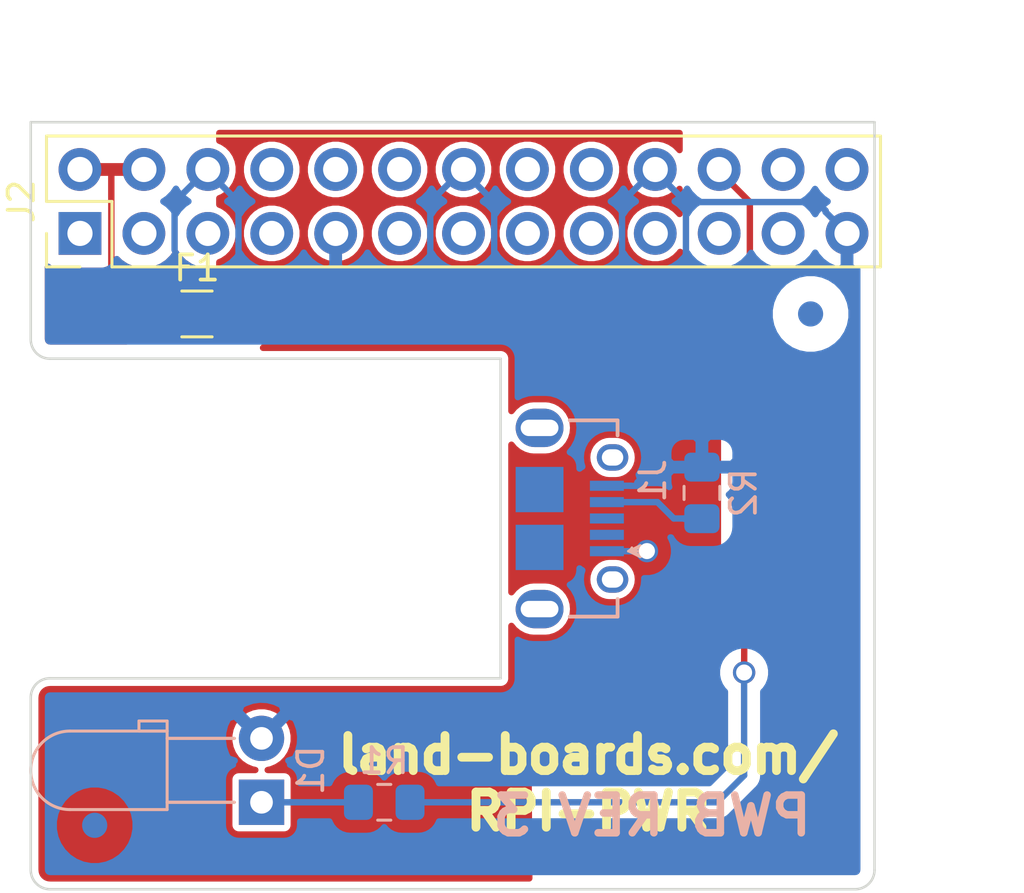
<source format=kicad_pcb>
(kicad_pcb (version 20171130) (host pcbnew "(5.1.5)-3")

  (general
    (thickness 1.6)
    (drawings 17)
    (tracks 45)
    (zones 0)
    (modules 8)
    (nets 7)
  )

  (page A)
  (title_block
    (title RPI-PWR)
    (date 2020-02-07)
    (rev 3)
    (company land-boards.com)
  )

  (layers
    (0 F.Cu signal)
    (31 B.Cu signal)
    (36 B.SilkS user)
    (37 F.SilkS user)
    (38 B.Mask user)
    (39 F.Mask user)
    (40 Dwgs.User user)
    (41 Cmts.User user)
    (44 Edge.Cuts user)
  )

  (setup
    (last_trace_width 0.254)
    (user_trace_width 0.2032)
    (user_trace_width 0.635)
    (trace_clearance 0.2032)
    (zone_clearance 0.3048)
    (zone_45_only no)
    (trace_min 0.2032)
    (via_size 0.889)
    (via_drill 0.635)
    (via_min_size 0.889)
    (via_min_drill 0.508)
    (uvia_size 0.508)
    (uvia_drill 0.127)
    (uvias_allowed no)
    (uvia_min_size 0.508)
    (uvia_min_drill 0.127)
    (edge_width 0.1)
    (segment_width 0.2)
    (pcb_text_width 0.3)
    (pcb_text_size 1.5 1.5)
    (mod_edge_width 0.15)
    (mod_text_size 1.27 1.27)
    (mod_text_width 0.254)
    (pad_size 1 1)
    (pad_drill 0)
    (pad_to_mask_clearance 0)
    (aux_axis_origin 0 0)
    (visible_elements 7FFFFF7F)
    (pcbplotparams
      (layerselection 0x010f0_ffffffff)
      (usegerberextensions false)
      (usegerberattributes false)
      (usegerberadvancedattributes false)
      (creategerberjobfile false)
      (excludeedgelayer true)
      (linewidth 0.150000)
      (plotframeref false)
      (viasonmask false)
      (mode 1)
      (useauxorigin false)
      (hpglpennumber 1)
      (hpglpenspeed 20)
      (hpglpendiameter 15.000000)
      (psnegative false)
      (psa4output false)
      (plotreference true)
      (plotvalue true)
      (plotinvisibletext false)
      (padsonsilk false)
      (subtractmaskfromsilk false)
      (outputformat 1)
      (mirror false)
      (drillshape 0)
      (scaleselection 1)
      (outputdirectory "plots/"))
  )

  (net 0 "")
  (net 1 /+5V)
  (net 2 /+5V-USB)
  (net 3 /GND)
  (net 4 /PUP0)
  (net 5 "Net-(J1-Pad4)")
  (net 6 "Net-(J2-Pad22)")

  (net_class Default "This is the default net class."
    (clearance 0.2032)
    (trace_width 0.254)
    (via_dia 0.889)
    (via_drill 0.635)
    (uvia_dia 0.508)
    (uvia_drill 0.127)
    (add_net /+5V)
    (add_net /+5V-USB)
    (add_net /GND)
    (add_net /PUP0)
    (add_net "Net-(J1-Pad4)")
    (add_net "Net-(J2-Pad22)")
  )

  (net_class POWER025 ""
    (clearance 0.381)
    (trace_width 0.635)
    (via_dia 0.889)
    (via_drill 0.635)
    (uvia_dia 0.508)
    (uvia_drill 0.127)
  )

  (module FIDUCIAL (layer B.Cu) (tedit 518BF783) (tstamp 53F20D67)
    (at 30.988 7.62)
    (path /53F2073B)
    (fp_text reference FID1 (at 0 -2.3495) (layer B.SilkS) hide
      (effects (font (size 1.27 1.27) (thickness 0.254)) (justify mirror))
    )
    (fp_text value CONN_1 (at 0.127 2.794) (layer B.SilkS) hide
      (effects (font (size 1.016 1.016) (thickness 0.2032)) (justify mirror))
    )
    (pad 1 smd circle (at 0 0) (size 1 1) (layers B.Cu B.Mask)
      (solder_mask_margin 1) (clearance 1))
  )

  (module FIDUCIAL (layer B.Cu) (tedit 5765A682) (tstamp 53F20D6C)
    (at 2.54 27.94)
    (path /53F2074A)
    (fp_text reference FID2 (at 0 -2.3495) (layer B.SilkS) hide
      (effects (font (size 1.27 1.27) (thickness 0.254)) (justify mirror))
    )
    (fp_text value CONN_1 (at 0.127 2.794) (layer B.SilkS) hide
      (effects (font (size 1.016 1.016) (thickness 0.2032)) (justify mirror))
    )
    (pad 1 smd circle (at 0 0) (size 1 1) (layers B.Cu B.Mask)
      (solder_mask_margin 1) (clearance 1))
  )

  (module LED_THT:LED_D3.0mm_Horizontal_O3.81mm_Z2.0mm (layer B.Cu) (tedit 5880A862) (tstamp 5E3DD90A)
    (at 9.1694 27.0256 90)
    (descr "LED, diameter 3.0mm z-position of LED center 2.0mm, 2 pins, diameter 3.0mm z-position of LED center 2.0mm, 2 pins")
    (tags "LED diameter 3.0mm z-position of LED center 2.0mm 2 pins diameter 3.0mm z-position of LED center 2.0mm 2 pins")
    (path /548489AA)
    (fp_text reference D1 (at 1.27 1.96 90) (layer B.SilkS)
      (effects (font (size 1 1) (thickness 0.15)) (justify mirror))
    )
    (fp_text value LED (at 1.27 -10.17 90) (layer B.Fab)
      (effects (font (size 1 1) (thickness 0.15)) (justify mirror))
    )
    (fp_arc (start 1.27 -7.61) (end -0.23 -7.61) (angle 180) (layer B.Fab) (width 0.1))
    (fp_arc (start 1.27 -7.61) (end -0.29 -7.61) (angle 180) (layer B.SilkS) (width 0.12))
    (fp_line (start -0.23 -3.81) (end -0.23 -7.61) (layer B.Fab) (width 0.1))
    (fp_line (start 2.77 -3.81) (end 2.77 -7.61) (layer B.Fab) (width 0.1))
    (fp_line (start -0.23 -3.81) (end 2.77 -3.81) (layer B.Fab) (width 0.1))
    (fp_line (start 3.17 -3.81) (end 3.17 -4.81) (layer B.Fab) (width 0.1))
    (fp_line (start 3.17 -4.81) (end 2.77 -4.81) (layer B.Fab) (width 0.1))
    (fp_line (start 2.77 -4.81) (end 2.77 -3.81) (layer B.Fab) (width 0.1))
    (fp_line (start 2.77 -3.81) (end 3.17 -3.81) (layer B.Fab) (width 0.1))
    (fp_line (start 0 0) (end 0 -3.81) (layer B.Fab) (width 0.1))
    (fp_line (start 0 -3.81) (end 0 -3.81) (layer B.Fab) (width 0.1))
    (fp_line (start 0 -3.81) (end 0 0) (layer B.Fab) (width 0.1))
    (fp_line (start 0 0) (end 0 0) (layer B.Fab) (width 0.1))
    (fp_line (start 2.54 0) (end 2.54 -3.81) (layer B.Fab) (width 0.1))
    (fp_line (start 2.54 -3.81) (end 2.54 -3.81) (layer B.Fab) (width 0.1))
    (fp_line (start 2.54 -3.81) (end 2.54 0) (layer B.Fab) (width 0.1))
    (fp_line (start 2.54 0) (end 2.54 0) (layer B.Fab) (width 0.1))
    (fp_line (start -0.29 -3.75) (end -0.29 -7.61) (layer B.SilkS) (width 0.12))
    (fp_line (start 2.83 -3.75) (end 2.83 -7.61) (layer B.SilkS) (width 0.12))
    (fp_line (start -0.29 -3.75) (end 2.83 -3.75) (layer B.SilkS) (width 0.12))
    (fp_line (start 3.23 -3.75) (end 3.23 -4.87) (layer B.SilkS) (width 0.12))
    (fp_line (start 3.23 -4.87) (end 2.83 -4.87) (layer B.SilkS) (width 0.12))
    (fp_line (start 2.83 -4.87) (end 2.83 -3.75) (layer B.SilkS) (width 0.12))
    (fp_line (start 2.83 -3.75) (end 3.23 -3.75) (layer B.SilkS) (width 0.12))
    (fp_line (start 0 -1.08) (end 0 -3.75) (layer B.SilkS) (width 0.12))
    (fp_line (start 0 -3.75) (end 0 -3.75) (layer B.SilkS) (width 0.12))
    (fp_line (start 0 -3.75) (end 0 -1.08) (layer B.SilkS) (width 0.12))
    (fp_line (start 0 -1.08) (end 0 -1.08) (layer B.SilkS) (width 0.12))
    (fp_line (start 2.54 -1.08) (end 2.54 -3.75) (layer B.SilkS) (width 0.12))
    (fp_line (start 2.54 -3.75) (end 2.54 -3.75) (layer B.SilkS) (width 0.12))
    (fp_line (start 2.54 -3.75) (end 2.54 -1.08) (layer B.SilkS) (width 0.12))
    (fp_line (start 2.54 -1.08) (end 2.54 -1.08) (layer B.SilkS) (width 0.12))
    (fp_line (start -1.25 1.25) (end -1.25 -9.45) (layer B.CrtYd) (width 0.05))
    (fp_line (start -1.25 -9.45) (end 3.75 -9.45) (layer B.CrtYd) (width 0.05))
    (fp_line (start 3.75 -9.45) (end 3.75 1.25) (layer B.CrtYd) (width 0.05))
    (fp_line (start 3.75 1.25) (end -1.25 1.25) (layer B.CrtYd) (width 0.05))
    (pad 1 thru_hole rect (at 0 0 90) (size 1.8 1.8) (drill 0.9) (layers *.Cu *.Mask)
      (net 4 /PUP0))
    (pad 2 thru_hole circle (at 2.54 0 90) (size 1.8 1.8) (drill 0.9) (layers *.Cu *.Mask)
      (net 3 /GND))
    (model ${KISYS3DMOD}/LED_THT.3dshapes/LED_D3.0mm_Horizontal_O3.81mm_Z2.0mm.wrl
      (at (xyz 0 0 0))
      (scale (xyz 1 1 1))
      (rotate (xyz 0 0 0))
    )
  )

  (module Resistor_SMD:R_1206_3216Metric_Pad1.42x1.75mm_HandSolder (layer F.Cu) (tedit 5B301BBD) (tstamp 5E3DD933)
    (at 6.604 7.62)
    (descr "Resistor SMD 1206 (3216 Metric), square (rectangular) end terminal, IPC_7351 nominal with elongated pad for handsoldering. (Body size source: http://www.tortai-tech.com/upload/download/2011102023233369053.pdf), generated with kicad-footprint-generator")
    (tags "resistor handsolder")
    (path /5765A9D0)
    (attr smd)
    (fp_text reference F1 (at 0 -1.82) (layer F.SilkS)
      (effects (font (size 1 1) (thickness 0.15)))
    )
    (fp_text value FUSE (at 0 1.82) (layer F.Fab)
      (effects (font (size 1 1) (thickness 0.15)))
    )
    (fp_line (start -1.6 0.8) (end -1.6 -0.8) (layer F.Fab) (width 0.1))
    (fp_line (start -1.6 -0.8) (end 1.6 -0.8) (layer F.Fab) (width 0.1))
    (fp_line (start 1.6 -0.8) (end 1.6 0.8) (layer F.Fab) (width 0.1))
    (fp_line (start 1.6 0.8) (end -1.6 0.8) (layer F.Fab) (width 0.1))
    (fp_line (start -0.602064 -0.91) (end 0.602064 -0.91) (layer F.SilkS) (width 0.12))
    (fp_line (start -0.602064 0.91) (end 0.602064 0.91) (layer F.SilkS) (width 0.12))
    (fp_line (start -2.45 1.12) (end -2.45 -1.12) (layer F.CrtYd) (width 0.05))
    (fp_line (start -2.45 -1.12) (end 2.45 -1.12) (layer F.CrtYd) (width 0.05))
    (fp_line (start 2.45 -1.12) (end 2.45 1.12) (layer F.CrtYd) (width 0.05))
    (fp_line (start 2.45 1.12) (end -2.45 1.12) (layer F.CrtYd) (width 0.05))
    (fp_text user %R (at 0 0) (layer F.Fab)
      (effects (font (size 0.8 0.8) (thickness 0.12)))
    )
    (pad 1 smd roundrect (at -1.4875 0) (size 1.425 1.75) (layers F.Cu F.Paste F.Mask) (roundrect_rratio 0.175439)
      (net 1 /+5V))
    (pad 2 smd roundrect (at 1.4875 0) (size 1.425 1.75) (layers F.Cu F.Paste F.Mask) (roundrect_rratio 0.175439)
      (net 2 /+5V-USB))
    (model ${KISYS3DMOD}/Resistor_SMD.3dshapes/R_1206_3216Metric.wrl
      (at (xyz 0 0 0))
      (scale (xyz 1 1 1))
      (rotate (xyz 0 0 0))
    )
  )

  (module "LandBoards_Conns:USB_Micro-B-Hirose-ZX62D-B-5PA9(30)" (layer B.Cu) (tedit 5B69C9D4) (tstamp 5E3DD943)
    (at 20.2184 15.748 90)
    (descr "Micro USB Type B Receptacle")
    (path /562660F8)
    (solder_mask_margin 0.1)
    (solder_paste_margin -0.05)
    (fp_text reference J1 (at 1.5 4.5 90) (layer B.SilkS)
      (effects (font (size 1 1) (thickness 0.15)) (justify mirror))
    )
    (fp_text value USB-MICRO-B (at 0 1.5 90) (layer B.Fab) hide
      (effects (font (size 0.5 0.5) (thickness 0.1)) (justify mirror))
    )
    (fp_text user %R (at 0.25 0.25 90) (layer B.Fab)
      (effects (font (size 1 1) (thickness 0.15)) (justify mirror))
    )
    (fp_line (start -3.9 -1.4) (end -3.9 3.8) (layer B.CrtYd) (width 0.05))
    (fp_line (start 4 -1.4) (end -3.9 -1.4) (layer B.CrtYd) (width 0.05))
    (fp_line (start 4 3.8) (end 4 -1.4) (layer B.CrtYd) (width 0.05))
    (fp_line (start -3.9 3.8) (end 4 3.8) (layer B.CrtYd) (width 0.05))
    (fp_line (start -1.3 3.6) (end -1.5 4) (layer B.Fab) (width 0.15))
    (fp_line (start -1.1 4) (end -1.3 3.6) (layer B.Fab) (width 0.15))
    (fp_line (start -1.5 4) (end -1.1 4) (layer B.Fab) (width 0.15))
    (fp_line (start -1.1 4) (end -1.5 4) (layer B.SilkS) (width 0.15))
    (fp_line (start -1.3 3.6) (end -1.1 4) (layer B.SilkS) (width 0.15))
    (fp_line (start -1.5 4) (end -1.3 3.6) (layer B.SilkS) (width 0.15))
    (fp_line (start 3.9 3.1) (end 3.9 1.2) (layer B.SilkS) (width 0.15))
    (fp_line (start 3.3 3.1) (end 3.9 3.1) (layer B.SilkS) (width 0.15))
    (fp_line (start -3.9 3.1) (end -3.9 1.2) (layer B.SilkS) (width 0.15))
    (fp_line (start -3.9 3.1) (end -3.2 3.1) (layer B.SilkS) (width 0.15))
    (fp_text user "PCB EDGE" (at -0.8 -1.9 90) (layer B.Fab)
      (effects (font (size 0.3 0.3) (thickness 0.075)) (justify mirror))
    )
    (fp_line (start 3.75 -2.75) (end -3.75 -2.75) (layer B.Fab) (width 0.1))
    (fp_line (start 3.75 2.9) (end 3.75 -2.75) (layer B.Fab) (width 0.1))
    (fp_line (start -3.75 2.9) (end 3.75 2.9) (layer B.Fab) (width 0.1))
    (fp_line (start -3.75 -2.75) (end -3.75 2.9) (layer B.Fab) (width 0.1))
    (fp_line (start -4 -1.45) (end 4 -1.45) (layer B.Fab) (width 0.05))
    (fp_line (start -3 -2.1) (end -2.6 -1.45) (layer B.Fab) (width 0.05))
    (fp_line (start -2.6 -1.45) (end -2.2 -2.1) (layer B.Fab) (width 0.05))
    (fp_line (start 0.5 -2.1) (end 0.9 -1.45) (layer B.Fab) (width 0.05))
    (fp_line (start 0.9 -1.45) (end 1.3 -2.1) (layer B.Fab) (width 0.05))
    (fp_text user 1 (at -1.3 3.8 90) (layer B.SilkS)
      (effects (font (size 0.5 0.5) (thickness 0.1)) (justify mirror))
    )
    (pad 6 thru_hole oval (at -3.6 0 90) (size 1.524 1.9) (drill oval 0.65 1.5) (layers *.Cu *.Mask))
    (pad "" smd rect (at -1.15 0 90) (size 1.8 1.9) (layers B.Cu B.Paste B.Mask))
    (pad "" smd rect (at 1.15 0 90) (size 1.8 1.9) (layers B.Cu B.Paste B.Mask))
    (pad 9 thru_hole oval (at 3.6 0 90) (size 1.524 1.9) (drill oval 0.65 1.5) (layers *.Cu *.Mask))
    (pad 1 smd rect (at -1.3 2.675 90) (size 0.4 1.35) (layers B.Cu B.Paste B.Mask)
      (net 2 /+5V-USB))
    (pad 2 smd rect (at -0.65 2.675 90) (size 0.4 1.35) (layers B.Cu B.Paste B.Mask))
    (pad 3 smd rect (at 0 2.675 90) (size 0.4 1.35) (layers B.Cu B.Paste B.Mask))
    (pad 4 smd rect (at 0.65 2.675 90) (size 0.4 1.35) (layers B.Cu B.Paste B.Mask)
      (net 5 "Net-(J1-Pad4)"))
    (pad 5 smd rect (at 1.3 2.675 90) (size 0.4 1.35) (layers B.Cu B.Paste B.Mask)
      (net 3 /GND))
    (pad 7 thru_hole oval (at -2.425 2.9 90) (size 1.05 1.25) (drill oval 0.65 0.85) (layers *.Cu *.Mask))
    (pad 8 thru_hole oval (at 2.425 2.9 90) (size 1.05 1.25) (drill oval 0.65 0.85) (layers *.Cu *.Mask))
  )

  (module Connector_PinHeader_2.54mm:PinHeader_2x13_P2.54mm_Vertical (layer F.Cu) (tedit 59FED5CC) (tstamp 5E3DD96B)
    (at 1.9558 4.4196 90)
    (descr "Through hole straight pin header, 2x13, 2.54mm pitch, double rows")
    (tags "Through hole pin header THT 2x13 2.54mm double row")
    (path /54848B62)
    (fp_text reference J2 (at 1.27 -2.33 90) (layer F.SilkS)
      (effects (font (size 1 1) (thickness 0.15)))
    )
    (fp_text value "CONN, FEM, 2X13" (at 1.27 32.81 90) (layer F.Fab)
      (effects (font (size 1 1) (thickness 0.15)))
    )
    (fp_line (start 0 -1.27) (end 3.81 -1.27) (layer F.Fab) (width 0.1))
    (fp_line (start 3.81 -1.27) (end 3.81 31.75) (layer F.Fab) (width 0.1))
    (fp_line (start 3.81 31.75) (end -1.27 31.75) (layer F.Fab) (width 0.1))
    (fp_line (start -1.27 31.75) (end -1.27 0) (layer F.Fab) (width 0.1))
    (fp_line (start -1.27 0) (end 0 -1.27) (layer F.Fab) (width 0.1))
    (fp_line (start -1.33 31.81) (end 3.87 31.81) (layer F.SilkS) (width 0.12))
    (fp_line (start -1.33 1.27) (end -1.33 31.81) (layer F.SilkS) (width 0.12))
    (fp_line (start 3.87 -1.33) (end 3.87 31.81) (layer F.SilkS) (width 0.12))
    (fp_line (start -1.33 1.27) (end 1.27 1.27) (layer F.SilkS) (width 0.12))
    (fp_line (start 1.27 1.27) (end 1.27 -1.33) (layer F.SilkS) (width 0.12))
    (fp_line (start 1.27 -1.33) (end 3.87 -1.33) (layer F.SilkS) (width 0.12))
    (fp_line (start -1.33 0) (end -1.33 -1.33) (layer F.SilkS) (width 0.12))
    (fp_line (start -1.33 -1.33) (end 0 -1.33) (layer F.SilkS) (width 0.12))
    (fp_line (start -1.8 -1.8) (end -1.8 32.25) (layer F.CrtYd) (width 0.05))
    (fp_line (start -1.8 32.25) (end 4.35 32.25) (layer F.CrtYd) (width 0.05))
    (fp_line (start 4.35 32.25) (end 4.35 -1.8) (layer F.CrtYd) (width 0.05))
    (fp_line (start 4.35 -1.8) (end -1.8 -1.8) (layer F.CrtYd) (width 0.05))
    (fp_text user %R (at 1.27 15.24) (layer F.Fab)
      (effects (font (size 1 1) (thickness 0.15)))
    )
    (pad 1 thru_hole rect (at 0 0 90) (size 1.7 1.7) (drill 1) (layers *.Cu *.Mask))
    (pad 2 thru_hole oval (at 2.54 0 90) (size 1.7 1.7) (drill 1) (layers *.Cu *.Mask)
      (net 1 /+5V))
    (pad 3 thru_hole oval (at 0 2.54 90) (size 1.7 1.7) (drill 1) (layers *.Cu *.Mask))
    (pad 4 thru_hole oval (at 2.54 2.54 90) (size 1.7 1.7) (drill 1) (layers *.Cu *.Mask)
      (net 1 /+5V))
    (pad 5 thru_hole oval (at 0 5.08 90) (size 1.7 1.7) (drill 1) (layers *.Cu *.Mask))
    (pad 6 thru_hole oval (at 2.54 5.08 90) (size 1.7 1.7) (drill 1) (layers *.Cu *.Mask)
      (net 3 /GND))
    (pad 7 thru_hole oval (at 0 7.62 90) (size 1.7 1.7) (drill 1) (layers *.Cu *.Mask))
    (pad 8 thru_hole oval (at 2.54 7.62 90) (size 1.7 1.7) (drill 1) (layers *.Cu *.Mask))
    (pad 9 thru_hole oval (at 0 10.16 90) (size 1.7 1.7) (drill 1) (layers *.Cu *.Mask)
      (net 3 /GND))
    (pad 10 thru_hole oval (at 2.54 10.16 90) (size 1.7 1.7) (drill 1) (layers *.Cu *.Mask))
    (pad 11 thru_hole oval (at 0 12.7 90) (size 1.7 1.7) (drill 1) (layers *.Cu *.Mask))
    (pad 12 thru_hole oval (at 2.54 12.7 90) (size 1.7 1.7) (drill 1) (layers *.Cu *.Mask))
    (pad 13 thru_hole oval (at 0 15.24 90) (size 1.7 1.7) (drill 1) (layers *.Cu *.Mask))
    (pad 14 thru_hole oval (at 2.54 15.24 90) (size 1.7 1.7) (drill 1) (layers *.Cu *.Mask)
      (net 3 /GND))
    (pad 15 thru_hole oval (at 0 17.78 90) (size 1.7 1.7) (drill 1) (layers *.Cu *.Mask))
    (pad 16 thru_hole oval (at 2.54 17.78 90) (size 1.7 1.7) (drill 1) (layers *.Cu *.Mask))
    (pad 17 thru_hole oval (at 0 20.32 90) (size 1.7 1.7) (drill 1) (layers *.Cu *.Mask))
    (pad 18 thru_hole oval (at 2.54 20.32 90) (size 1.7 1.7) (drill 1) (layers *.Cu *.Mask))
    (pad 19 thru_hole oval (at 0 22.86 90) (size 1.7 1.7) (drill 1) (layers *.Cu *.Mask))
    (pad 20 thru_hole oval (at 2.54 22.86 90) (size 1.7 1.7) (drill 1) (layers *.Cu *.Mask)
      (net 3 /GND))
    (pad 21 thru_hole oval (at 0 25.4 90) (size 1.7 1.7) (drill 1) (layers *.Cu *.Mask))
    (pad 22 thru_hole oval (at 2.54 25.4 90) (size 1.7 1.7) (drill 1) (layers *.Cu *.Mask)
      (net 6 "Net-(J2-Pad22)"))
    (pad 23 thru_hole oval (at 0 27.94 90) (size 1.7 1.7) (drill 1) (layers *.Cu *.Mask))
    (pad 24 thru_hole oval (at 2.54 27.94 90) (size 1.7 1.7) (drill 1) (layers *.Cu *.Mask))
    (pad 25 thru_hole oval (at 0 30.48 90) (size 1.7 1.7) (drill 1) (layers *.Cu *.Mask)
      (net 3 /GND))
    (pad 26 thru_hole oval (at 2.54 30.48 90) (size 1.7 1.7) (drill 1) (layers *.Cu *.Mask))
    (model ${KISYS3DMOD}/Connector_PinHeader_2.54mm.3dshapes/PinHeader_2x13_P2.54mm_Vertical.wrl
      (at (xyz 0 0 0))
      (scale (xyz 1 1 1))
      (rotate (xyz 0 0 0))
    )
  )

  (module Resistor_SMD:R_0805_2012Metric_Pad1.15x1.40mm_HandSolder (layer B.Cu) (tedit 5B36C52B) (tstamp 5E3DD99A)
    (at 14.0462 27.0256 180)
    (descr "Resistor SMD 0805 (2012 Metric), square (rectangular) end terminal, IPC_7351 nominal with elongated pad for handsoldering. (Body size source: https://docs.google.com/spreadsheets/d/1BsfQQcO9C6DZCsRaXUlFlo91Tg2WpOkGARC1WS5S8t0/edit?usp=sharing), generated with kicad-footprint-generator")
    (tags "resistor handsolder")
    (path /54848962)
    (attr smd)
    (fp_text reference R1 (at 0 1.65) (layer B.SilkS)
      (effects (font (size 1 1) (thickness 0.15)) (justify mirror))
    )
    (fp_text value 270 (at 0 -1.65) (layer B.Fab)
      (effects (font (size 1 1) (thickness 0.15)) (justify mirror))
    )
    (fp_line (start -1 -0.6) (end -1 0.6) (layer B.Fab) (width 0.1))
    (fp_line (start -1 0.6) (end 1 0.6) (layer B.Fab) (width 0.1))
    (fp_line (start 1 0.6) (end 1 -0.6) (layer B.Fab) (width 0.1))
    (fp_line (start 1 -0.6) (end -1 -0.6) (layer B.Fab) (width 0.1))
    (fp_line (start -0.261252 0.71) (end 0.261252 0.71) (layer B.SilkS) (width 0.12))
    (fp_line (start -0.261252 -0.71) (end 0.261252 -0.71) (layer B.SilkS) (width 0.12))
    (fp_line (start -1.85 -0.95) (end -1.85 0.95) (layer B.CrtYd) (width 0.05))
    (fp_line (start -1.85 0.95) (end 1.85 0.95) (layer B.CrtYd) (width 0.05))
    (fp_line (start 1.85 0.95) (end 1.85 -0.95) (layer B.CrtYd) (width 0.05))
    (fp_line (start 1.85 -0.95) (end -1.85 -0.95) (layer B.CrtYd) (width 0.05))
    (fp_text user %R (at 0 0) (layer B.Fab)
      (effects (font (size 0.5 0.5) (thickness 0.08)) (justify mirror))
    )
    (pad 1 smd roundrect (at -1.025 0 180) (size 1.15 1.4) (layers B.Cu B.Paste B.Mask) (roundrect_rratio 0.217391)
      (net 6 "Net-(J2-Pad22)"))
    (pad 2 smd roundrect (at 1.025 0 180) (size 1.15 1.4) (layers B.Cu B.Paste B.Mask) (roundrect_rratio 0.217391)
      (net 4 /PUP0))
    (model ${KISYS3DMOD}/Resistor_SMD.3dshapes/R_0805_2012Metric.wrl
      (at (xyz 0 0 0))
      (scale (xyz 1 1 1))
      (rotate (xyz 0 0 0))
    )
  )

  (module Resistor_SMD:R_0805_2012Metric_Pad1.15x1.40mm_HandSolder (layer B.Cu) (tedit 5B36C52B) (tstamp 5E3DD9AA)
    (at 26.67 14.732 90)
    (descr "Resistor SMD 0805 (2012 Metric), square (rectangular) end terminal, IPC_7351 nominal with elongated pad for handsoldering. (Body size source: https://docs.google.com/spreadsheets/d/1BsfQQcO9C6DZCsRaXUlFlo91Tg2WpOkGARC1WS5S8t0/edit?usp=sharing), generated with kicad-footprint-generator")
    (tags "resistor handsolder")
    (path /562667AB)
    (attr smd)
    (fp_text reference R2 (at 0 1.65 90) (layer B.SilkS)
      (effects (font (size 1 1) (thickness 0.15)) (justify mirror))
    )
    (fp_text value 130K (at 0 -1.65 90) (layer B.Fab)
      (effects (font (size 1 1) (thickness 0.15)) (justify mirror))
    )
    (fp_text user %R (at 0 0 90) (layer B.Fab)
      (effects (font (size 0.5 0.5) (thickness 0.08)) (justify mirror))
    )
    (fp_line (start 1.85 -0.95) (end -1.85 -0.95) (layer B.CrtYd) (width 0.05))
    (fp_line (start 1.85 0.95) (end 1.85 -0.95) (layer B.CrtYd) (width 0.05))
    (fp_line (start -1.85 0.95) (end 1.85 0.95) (layer B.CrtYd) (width 0.05))
    (fp_line (start -1.85 -0.95) (end -1.85 0.95) (layer B.CrtYd) (width 0.05))
    (fp_line (start -0.261252 -0.71) (end 0.261252 -0.71) (layer B.SilkS) (width 0.12))
    (fp_line (start -0.261252 0.71) (end 0.261252 0.71) (layer B.SilkS) (width 0.12))
    (fp_line (start 1 -0.6) (end -1 -0.6) (layer B.Fab) (width 0.1))
    (fp_line (start 1 0.6) (end 1 -0.6) (layer B.Fab) (width 0.1))
    (fp_line (start -1 0.6) (end 1 0.6) (layer B.Fab) (width 0.1))
    (fp_line (start -1 -0.6) (end -1 0.6) (layer B.Fab) (width 0.1))
    (pad 2 smd roundrect (at 1.025 0 90) (size 1.15 1.4) (layers B.Cu B.Paste B.Mask) (roundrect_rratio 0.217391)
      (net 3 /GND))
    (pad 1 smd roundrect (at -1.025 0 90) (size 1.15 1.4) (layers B.Cu B.Paste B.Mask) (roundrect_rratio 0.217391)
      (net 5 "Net-(J1-Pad4)"))
    (model ${KISYS3DMOD}/Resistor_SMD.3dshapes/R_0805_2012Metric.wrl
      (at (xyz 0 0 0))
      (scale (xyz 1 1 1))
      (rotate (xyz 0 0 0))
    )
  )

  (dimension 18.669432 (width 0.3) (layer Dwgs.User)
    (gr_text "0.7350 in" (at 9.360109 18.269915 359.6102388) (layer Dwgs.User)
      (effects (font (size 1.5 1.5) (thickness 0.3)))
    )
    (feature1 (pts (xy 0 21.971) (xy 0.034793 16.856446)))
    (feature2 (pts (xy 18.669 22.098) (xy 18.703793 16.983446)))
    (crossbar (pts (xy 18.685426 19.683384) (xy 0.016426 19.556384)))
    (arrow1a (pts (xy 0.016426 19.556384) (xy 1.146893 18.97764)))
    (arrow1b (pts (xy 0.016426 19.556384) (xy 1.138915 20.150454)))
    (arrow2a (pts (xy 18.685426 19.683384) (xy 17.562937 19.089314)))
    (arrow2b (pts (xy 18.685426 19.683384) (xy 17.554959 20.262128)))
  )
  (gr_line (start 18.669 9.398) (end 0.762 9.398) (angle 90) (layer Edge.Cuts) (width 0.1))
  (gr_line (start 0.762 22.098) (end 18.669 22.098) (angle 90) (layer Edge.Cuts) (width 0.1))
  (dimension 30.48 (width 0.3) (layer Dwgs.User)
    (gr_text "1.2000 in" (at 36.782999 15.24 270) (layer Dwgs.User)
      (effects (font (size 1.5 1.5) (thickness 0.3)))
    )
    (feature1 (pts (xy 33.528 30.48) (xy 38.132999 30.48)))
    (feature2 (pts (xy 33.528 0) (xy 38.132999 0)))
    (crossbar (pts (xy 35.432999 0) (xy 35.432999 30.48)))
    (arrow1a (pts (xy 35.432999 30.48) (xy 34.846578 29.353496)))
    (arrow1b (pts (xy 35.432999 30.48) (xy 36.01942 29.353496)))
    (arrow2a (pts (xy 35.432999 0) (xy 34.846578 1.126504)))
    (arrow2b (pts (xy 35.432999 0) (xy 36.01942 1.126504)))
  )
  (dimension 33.528 (width 0.3) (layer Dwgs.User)
    (gr_text "1.3200 in" (at 16.764 -3.001) (layer Dwgs.User)
      (effects (font (size 1.5 1.5) (thickness 0.3)))
    )
    (feature1 (pts (xy 33.528 0) (xy 33.528 -4.351)))
    (feature2 (pts (xy 0 0) (xy 0 -4.351)))
    (crossbar (pts (xy 0 -1.651) (xy 33.528 -1.651)))
    (arrow1a (pts (xy 33.528 -1.651) (xy 32.401496 -1.064579)))
    (arrow1b (pts (xy 33.528 -1.651) (xy 32.401496 -2.237421)))
    (arrow2a (pts (xy 0 -1.651) (xy 1.126504 -1.064579)))
    (arrow2b (pts (xy 0 -1.651) (xy 1.126504 -2.237421)))
  )
  (gr_line (start 0.762 30.48) (end 32.766 30.48) (angle 90) (layer Edge.Cuts) (width 0.1))
  (gr_line (start 33.528 0) (end 0 0) (angle 90) (layer Edge.Cuts) (width 0.1))
  (gr_line (start 33.528 29.718) (end 33.528 0) (angle 90) (layer Edge.Cuts) (width 0.1))
  (gr_arc (start 32.766 29.718) (end 33.528 29.718) (angle 90) (layer Edge.Cuts) (width 0.1))
  (gr_line (start 0 22.86) (end 0 29.718) (angle 90) (layer Edge.Cuts) (width 0.1))
  (gr_arc (start 0.762 29.718) (end 0.762 30.48) (angle 90) (layer Edge.Cuts) (width 0.1) (tstamp 5765A058))
  (gr_line (start 18.669 9.398) (end 18.669 22.098) (angle 90) (layer Edge.Cuts) (width 0.1))
  (gr_line (start 0 8.636) (end 0 0) (angle 90) (layer Edge.Cuts) (width 0.1))
  (gr_arc (start 0.762 8.636) (end 0.762 9.398) (angle 90) (layer Edge.Cuts) (width 0.1))
  (gr_arc (start 0.762 22.86) (end 0 22.86) (angle 90) (layer Edge.Cuts) (width 0.1))
  (gr_text "PWB REV 3" (at 24.6888 27.559) (layer B.SilkS)
    (effects (font (size 1.5 1.5) (thickness 0.3)) (justify mirror))
  )
  (gr_text "land-boards.com/\nRPI-PWR" (at 22.1488 26.2636) (layer F.SilkS)
    (effects (font (size 1.397 1.397) (thickness 0.34925)))
  )

  (segment (start 1.905 1.905) (end 1.929 1.905) (width 0.254) (layer F.Cu) (net 1))
  (segment (start 3.2004 1.8796) (end 3.2004 6.2484) (width 0.254) (layer F.Cu) (net 1))
  (segment (start 3.2004 1.8796) (end 4.4958 1.8796) (width 0.254) (layer F.Cu) (net 1))
  (segment (start 1.9558 1.8796) (end 3.2004 1.8796) (width 0.254) (layer F.Cu) (net 1))
  (segment (start 23.387 17.048) (end 23.398 17.048) (width 0.254) (layer B.Cu) (net 2) (status 30))
  (via (at 24.4856 17.0434) (size 0.889) (drill 0.635) (layers F.Cu B.Cu) (net 2))
  (segment (start 22.8934 17.048) (end 24.481 17.048) (width 0.254) (layer B.Cu) (net 2))
  (segment (start 24.481 17.048) (end 24.4856 17.0434) (width 0.254) (layer B.Cu) (net 2))
  (segment (start 12.065 4.445) (end 12.139 4.445) (width 0.254) (layer F.Cu) (net 3))
  (segment (start 31.242 3.175) (end 26.035 3.175) (width 0.254) (layer B.Cu) (net 3))
  (segment (start 8.255 5.207) (end 8.255 3.175) (width 0.254) (layer B.Cu) (net 3))
  (segment (start 8.255 3.175) (end 6.985 1.905) (width 0.254) (layer B.Cu) (net 3) (tstamp 5484946E))
  (segment (start 26.035 5.334) (end 26.035 3.175) (width 0.254) (layer B.Cu) (net 3))
  (segment (start 26.035 3.175) (end 24.765 1.905) (width 0.254) (layer B.Cu) (net 3) (tstamp 54849488))
  (segment (start 18.415 5.334) (end 18.415 3.175) (width 0.254) (layer B.Cu) (net 3))
  (segment (start 18.415 3.175) (end 17.145 1.905) (width 0.254) (layer B.Cu) (net 3) (tstamp 5484947E))
  (segment (start 5.715 5.08) (end 5.715 3.175) (width 0.254) (layer B.Cu) (net 3))
  (segment (start 5.715 3.175) (end 6.985 1.905) (width 0.254) (layer B.Cu) (net 3) (tstamp 54849476))
  (segment (start 23.495 5.461) (end 23.495 3.175) (width 0.254) (layer B.Cu) (net 3))
  (segment (start 23.495 3.175) (end 24.765 1.905) (width 0.254) (layer B.Cu) (net 3) (tstamp 54849457))
  (segment (start 15.875 5.207) (end 15.875 3.175) (width 0.254) (layer B.Cu) (net 3))
  (segment (start 15.875 3.175) (end 17.145 1.905) (width 0.254) (layer B.Cu) (net 3) (tstamp 54849449))
  (segment (start 23.8224 14.448) (end 23.827 14.4526) (width 0.254) (layer B.Cu) (net 3))
  (segment (start 22.8934 14.448) (end 23.8224 14.448) (width 0.254) (layer B.Cu) (net 3))
  (segment (start 23.827 14.4526) (end 24.1046 14.4526) (width 0.254) (layer B.Cu) (net 3))
  (segment (start 24.8502 13.707) (end 26.67 13.707) (width 0.254) (layer B.Cu) (net 3))
  (segment (start 24.1046 14.4526) (end 24.8502 13.707) (width 0.254) (layer B.Cu) (net 3))
  (segment (start 31.585801 3.518801) (end 31.242 3.175) (width 0.254) (layer B.Cu) (net 3))
  (segment (start 31.585801 3.569601) (end 31.585801 3.518801) (width 0.254) (layer B.Cu) (net 3))
  (segment (start 32.4358 4.4196) (end 31.585801 3.569601) (width 0.254) (layer B.Cu) (net 3))
  (segment (start 10.3234 27.0256) (end 13.0212 27.0256) (width 0.254) (layer B.Cu) (net 4))
  (segment (start 9.1694 27.0256) (end 10.3234 27.0256) (width 0.254) (layer B.Cu) (net 4))
  (segment (start 25.97 15.757) (end 25.961 15.748) (width 0.254) (layer B.Cu) (net 5))
  (segment (start 26.67 15.757) (end 25.97 15.757) (width 0.254) (layer B.Cu) (net 5))
  (segment (start 25.961 15.748) (end 25.5524 15.748) (width 0.254) (layer B.Cu) (net 5))
  (segment (start 24.9024 15.098) (end 22.8934 15.098) (width 0.254) (layer B.Cu) (net 5))
  (segment (start 25.5524 15.748) (end 24.9024 15.098) (width 0.254) (layer B.Cu) (net 5))
  (segment (start 15.0712 27.0256) (end 27.2796 27.0256) (width 0.254) (layer B.Cu) (net 6))
  (via (at 28.3464 21.8694) (size 0.889) (drill 0.635) (layers F.Cu B.Cu) (net 6))
  (segment (start 27.2796 27.0256) (end 28.3464 25.9588) (width 0.254) (layer B.Cu) (net 6))
  (segment (start 28.3464 25.9588) (end 28.3464 21.8694) (width 0.254) (layer B.Cu) (net 6))
  (segment (start 28.4226 6.9342) (end 28.3464 21.8694) (width 0.254) (layer F.Cu) (net 6))
  (segment (start 28.575 3.175) (end 28.575 6.7818) (width 0.254) (layer F.Cu) (net 6))
  (segment (start 28.575 6.7818) (end 28.4226 6.9342) (width 0.254) (layer F.Cu) (net 6))
  (segment (start 27.305 1.905) (end 28.575 3.175) (width 0.254) (layer F.Cu) (net 6))

  (zone (net 3) (net_name /GND) (layer B.Cu) (tstamp 5E3DDE19) (hatch edge 0.508)
    (connect_pads (clearance 0.508))
    (min_thickness 0.254)
    (fill yes (arc_segments 16) (thermal_gap 0.508) (thermal_bridge_width 0.508))
    (polygon
      (pts
        (xy 0 0) (xy 33.655 0) (xy 33.655 30.48) (xy 0 30.48)
      )
    )
    (filled_polygon
      (pts
        (xy 12.2428 4.2926) (xy 12.2628 4.2926) (xy 12.2628 4.5466) (xy 12.2428 4.5466) (xy 12.2428 5.739755)
        (xy 12.47269 5.861076) (xy 12.619899 5.816425) (xy 12.88272 5.691241) (xy 13.116069 5.517188) (xy 13.310978 5.300955)
        (xy 13.380605 5.184066) (xy 13.502325 5.366232) (xy 13.709168 5.573075) (xy 13.952389 5.73559) (xy 14.222642 5.847532)
        (xy 14.50954 5.9046) (xy 14.80206 5.9046) (xy 15.088958 5.847532) (xy 15.359211 5.73559) (xy 15.602432 5.573075)
        (xy 15.809275 5.366232) (xy 15.9258 5.19184) (xy 16.042325 5.366232) (xy 16.249168 5.573075) (xy 16.492389 5.73559)
        (xy 16.762642 5.847532) (xy 17.04954 5.9046) (xy 17.34206 5.9046) (xy 17.628958 5.847532) (xy 17.899211 5.73559)
        (xy 18.142432 5.573075) (xy 18.349275 5.366232) (xy 18.4658 5.19184) (xy 18.582325 5.366232) (xy 18.789168 5.573075)
        (xy 19.032389 5.73559) (xy 19.302642 5.847532) (xy 19.58954 5.9046) (xy 19.88206 5.9046) (xy 20.168958 5.847532)
        (xy 20.439211 5.73559) (xy 20.682432 5.573075) (xy 20.889275 5.366232) (xy 21.0058 5.19184) (xy 21.122325 5.366232)
        (xy 21.329168 5.573075) (xy 21.572389 5.73559) (xy 21.842642 5.847532) (xy 22.12954 5.9046) (xy 22.42206 5.9046)
        (xy 22.708958 5.847532) (xy 22.979211 5.73559) (xy 23.222432 5.573075) (xy 23.429275 5.366232) (xy 23.5458 5.19184)
        (xy 23.662325 5.366232) (xy 23.869168 5.573075) (xy 24.112389 5.73559) (xy 24.382642 5.847532) (xy 24.66954 5.9046)
        (xy 24.96206 5.9046) (xy 25.248958 5.847532) (xy 25.519211 5.73559) (xy 25.762432 5.573075) (xy 25.969275 5.366232)
        (xy 26.0858 5.19184) (xy 26.202325 5.366232) (xy 26.409168 5.573075) (xy 26.652389 5.73559) (xy 26.922642 5.847532)
        (xy 27.20954 5.9046) (xy 27.50206 5.9046) (xy 27.788958 5.847532) (xy 28.059211 5.73559) (xy 28.302432 5.573075)
        (xy 28.509275 5.366232) (xy 28.6258 5.19184) (xy 28.742325 5.366232) (xy 28.949168 5.573075) (xy 29.192389 5.73559)
        (xy 29.462642 5.847532) (xy 29.74954 5.9046) (xy 30.04206 5.9046) (xy 30.328958 5.847532) (xy 30.599211 5.73559)
        (xy 30.842432 5.573075) (xy 31.049275 5.366232) (xy 31.170995 5.184066) (xy 31.240622 5.300955) (xy 31.435531 5.517188)
        (xy 31.66888 5.691241) (xy 31.931701 5.816425) (xy 32.07891 5.861076) (xy 32.3088 5.739755) (xy 32.3088 4.5466)
        (xy 32.2888 4.5466) (xy 32.2888 4.2926) (xy 32.3088 4.2926) (xy 32.3088 4.2726) (xy 32.5628 4.2726)
        (xy 32.5628 4.2926) (xy 32.5828 4.2926) (xy 32.5828 4.5466) (xy 32.5628 4.5466) (xy 32.5628 5.739755)
        (xy 32.79269 5.861076) (xy 32.843001 5.845816) (xy 32.843 29.684497) (xy 32.838311 29.732317) (xy 32.834152 29.746093)
        (xy 32.827399 29.758792) (xy 32.818304 29.769944) (xy 32.80722 29.779114) (xy 32.79457 29.785954) (xy 32.780825 29.790208)
        (xy 32.735235 29.795) (xy 0.795503 29.795) (xy 0.747683 29.790311) (xy 0.733907 29.786152) (xy 0.721208 29.779399)
        (xy 0.710056 29.770304) (xy 0.700886 29.75922) (xy 0.694046 29.74657) (xy 0.689792 29.732825) (xy 0.685 29.687235)
        (xy 0.685 27.779755) (xy 0.913 27.779755) (xy 0.913 28.100245) (xy 0.975525 28.414578) (xy 1.098172 28.710673)
        (xy 1.276227 28.977152) (xy 1.502848 29.203773) (xy 1.769327 29.381828) (xy 2.065422 29.504475) (xy 2.379755 29.567)
        (xy 2.700245 29.567) (xy 3.014578 29.504475) (xy 3.310673 29.381828) (xy 3.577152 29.203773) (xy 3.803773 28.977152)
        (xy 3.981828 28.710673) (xy 4.104475 28.414578) (xy 4.167 28.100245) (xy 4.167 27.779755) (xy 4.104475 27.465422)
        (xy 3.981828 27.169327) (xy 3.803773 26.902848) (xy 3.577152 26.676227) (xy 3.310673 26.498172) (xy 3.014578 26.375525)
        (xy 2.700245 26.313) (xy 2.379755 26.313) (xy 2.065422 26.375525) (xy 1.769327 26.498172) (xy 1.502848 26.676227)
        (xy 1.276227 26.902848) (xy 1.098172 27.169327) (xy 0.975525 27.465422) (xy 0.913 27.779755) (xy 0.685 27.779755)
        (xy 0.685 24.552153) (xy 7.628409 24.552153) (xy 7.671003 24.851507) (xy 7.771178 25.136799) (xy 7.851139 25.286392)
        (xy 8.105318 25.370074) (xy 7.98937 25.486022) (xy 8.036135 25.532787) (xy 8.02522 25.536098) (xy 7.914906 25.595063)
        (xy 7.818215 25.674415) (xy 7.738863 25.771106) (xy 7.679898 25.88142) (xy 7.643588 26.001118) (xy 7.631328 26.1256)
        (xy 7.631328 27.9256) (xy 7.643588 28.050082) (xy 7.679898 28.16978) (xy 7.738863 28.280094) (xy 7.818215 28.376785)
        (xy 7.914906 28.456137) (xy 8.02522 28.515102) (xy 8.144918 28.551412) (xy 8.2694 28.563672) (xy 10.0694 28.563672)
        (xy 10.193882 28.551412) (xy 10.31358 28.515102) (xy 10.423894 28.456137) (xy 10.520585 28.376785) (xy 10.599937 28.280094)
        (xy 10.658902 28.16978) (xy 10.695212 28.050082) (xy 10.707472 27.9256) (xy 10.707472 27.7876) (xy 11.86728 27.7876)
        (xy 11.875728 27.815451) (xy 11.957795 27.968987) (xy 12.068238 28.103562) (xy 12.202813 28.214005) (xy 12.356349 28.296072)
        (xy 12.522945 28.346608) (xy 12.696199 28.363672) (xy 13.346201 28.363672) (xy 13.519455 28.346608) (xy 13.686051 28.296072)
        (xy 13.839587 28.214005) (xy 13.974162 28.103562) (xy 14.0462 28.015784) (xy 14.118238 28.103562) (xy 14.252813 28.214005)
        (xy 14.406349 28.296072) (xy 14.572945 28.346608) (xy 14.746199 28.363672) (xy 15.396201 28.363672) (xy 15.569455 28.346608)
        (xy 15.736051 28.296072) (xy 15.889587 28.214005) (xy 16.024162 28.103562) (xy 16.134605 27.968987) (xy 16.216672 27.815451)
        (xy 16.22512 27.7876) (xy 27.242177 27.7876) (xy 27.2796 27.791286) (xy 27.317023 27.7876) (xy 27.317026 27.7876)
        (xy 27.428978 27.776574) (xy 27.572615 27.733002) (xy 27.704992 27.662245) (xy 27.821022 27.567022) (xy 27.844884 27.537946)
        (xy 28.858753 26.524078) (xy 28.887822 26.500222) (xy 28.983045 26.384192) (xy 29.053802 26.251815) (xy 29.097374 26.108178)
        (xy 29.1084 25.996226) (xy 29.1084 25.996224) (xy 29.112086 25.958801) (xy 29.1084 25.921378) (xy 29.1084 22.634043)
        (xy 29.184902 22.557541) (xy 29.30304 22.380735) (xy 29.384415 22.184278) (xy 29.4259 21.975721) (xy 29.4259 21.763079)
        (xy 29.384415 21.554522) (xy 29.30304 21.358065) (xy 29.184902 21.181259) (xy 29.034541 21.030898) (xy 28.857735 20.91276)
        (xy 28.661278 20.831385) (xy 28.452721 20.7899) (xy 28.240079 20.7899) (xy 28.031522 20.831385) (xy 27.835065 20.91276)
        (xy 27.658259 21.030898) (xy 27.507898 21.181259) (xy 27.38976 21.358065) (xy 27.308385 21.554522) (xy 27.2669 21.763079)
        (xy 27.2669 21.975721) (xy 27.308385 22.184278) (xy 27.38976 22.380735) (xy 27.507898 22.557541) (xy 27.584401 22.634044)
        (xy 27.5844 25.643169) (xy 26.96397 26.2636) (xy 16.22512 26.2636) (xy 16.216672 26.235749) (xy 16.134605 26.082213)
        (xy 16.024162 25.947638) (xy 15.889587 25.837195) (xy 15.736051 25.755128) (xy 15.569455 25.704592) (xy 15.396201 25.687528)
        (xy 14.746199 25.687528) (xy 14.572945 25.704592) (xy 14.406349 25.755128) (xy 14.252813 25.837195) (xy 14.118238 25.947638)
        (xy 14.0462 26.035416) (xy 13.974162 25.947638) (xy 13.839587 25.837195) (xy 13.686051 25.755128) (xy 13.519455 25.704592)
        (xy 13.346201 25.687528) (xy 12.696199 25.687528) (xy 12.522945 25.704592) (xy 12.356349 25.755128) (xy 12.202813 25.837195)
        (xy 12.068238 25.947638) (xy 11.957795 26.082213) (xy 11.875728 26.235749) (xy 11.86728 26.2636) (xy 10.707472 26.2636)
        (xy 10.707472 26.1256) (xy 10.695212 26.001118) (xy 10.658902 25.88142) (xy 10.599937 25.771106) (xy 10.520585 25.674415)
        (xy 10.423894 25.595063) (xy 10.31358 25.536098) (xy 10.302665 25.532787) (xy 10.34943 25.486022) (xy 10.233482 25.370074)
        (xy 10.487661 25.286392) (xy 10.618558 25.013825) (xy 10.693765 24.720958) (xy 10.710391 24.419047) (xy 10.667797 24.119693)
        (xy 10.567622 23.834401) (xy 10.487661 23.684808) (xy 10.23348 23.601125) (xy 9.349005 24.4856) (xy 9.363148 24.499743)
        (xy 9.183543 24.679348) (xy 9.1694 24.665205) (xy 9.155258 24.679348) (xy 8.975653 24.499743) (xy 8.989795 24.4856)
        (xy 8.10532 23.601125) (xy 7.851139 23.684808) (xy 7.720242 23.957375) (xy 7.645035 24.250242) (xy 7.628409 24.552153)
        (xy 0.685 24.552153) (xy 0.685 23.42152) (xy 8.284925 23.42152) (xy 9.1694 24.305995) (xy 10.053875 23.42152)
        (xy 9.970192 23.167339) (xy 9.697625 23.036442) (xy 9.404758 22.961235) (xy 9.102847 22.944609) (xy 8.803493 22.987203)
        (xy 8.518201 23.087378) (xy 8.368608 23.167339) (xy 8.284925 23.42152) (xy 0.685 23.42152) (xy 0.685 22.893503)
        (xy 0.689689 22.845681) (xy 0.693846 22.831912) (xy 0.700602 22.819206) (xy 0.709695 22.808056) (xy 0.720781 22.798885)
        (xy 0.733428 22.792047) (xy 0.747178 22.787791) (xy 0.792758 22.783) (xy 18.635353 22.783) (xy 18.669 22.786314)
        (xy 18.803283 22.773088) (xy 18.932406 22.733919) (xy 19.051407 22.670312) (xy 19.155711 22.584711) (xy 19.241312 22.480407)
        (xy 19.304919 22.361406) (xy 19.344088 22.232283) (xy 19.354 22.131647) (xy 19.357314 22.098) (xy 19.354 22.064353)
        (xy 19.354 20.570498) (xy 19.493205 20.644904) (xy 19.75654 20.724786) (xy 19.961775 20.745) (xy 20.475025 20.745)
        (xy 20.68026 20.724786) (xy 20.943595 20.644904) (xy 21.186287 20.515183) (xy 21.399008 20.340608) (xy 21.573583 20.127887)
        (xy 21.703304 19.885195) (xy 21.783186 19.62186) (xy 21.810159 19.348) (xy 21.783186 19.07414) (xy 21.703304 18.810805)
        (xy 21.573583 18.568113) (xy 21.421463 18.382754) (xy 21.522894 18.328537) (xy 21.619585 18.249185) (xy 21.698937 18.152494)
        (xy 21.757902 18.04218) (xy 21.794212 17.922482) (xy 21.806472 17.798) (xy 21.806472 17.731402) (xy 21.863906 17.778537)
        (xy 21.917219 17.807034) (xy 21.875185 17.9456) (xy 21.852788 18.173) (xy 21.875185 18.4004) (xy 21.941515 18.61906)
        (xy 22.049229 18.820579) (xy 22.194188 18.997212) (xy 22.370821 19.142171) (xy 22.57234 19.249885) (xy 22.791 19.316215)
        (xy 22.961421 19.333) (xy 23.275379 19.333) (xy 23.4458 19.316215) (xy 23.66446 19.249885) (xy 23.865979 19.142171)
        (xy 24.042612 18.997212) (xy 24.187571 18.820579) (xy 24.295285 18.61906) (xy 24.361615 18.4004) (xy 24.384012 18.173)
        (xy 24.379074 18.122859) (xy 24.379279 18.1229) (xy 24.591921 18.1229) (xy 24.800478 18.081415) (xy 24.996935 18.00004)
        (xy 25.173741 17.881902) (xy 25.324102 17.731541) (xy 25.44224 17.554735) (xy 25.523615 17.358278) (xy 25.5651 17.149721)
        (xy 25.5651 16.937079) (xy 25.523615 16.728522) (xy 25.44224 16.532065) (xy 25.421334 16.500778) (xy 25.442848 16.502896)
        (xy 25.481595 16.575387) (xy 25.592038 16.709962) (xy 25.726613 16.820405) (xy 25.880149 16.902472) (xy 26.046745 16.953008)
        (xy 26.219999 16.970072) (xy 27.120001 16.970072) (xy 27.293255 16.953008) (xy 27.459851 16.902472) (xy 27.613387 16.820405)
        (xy 27.747962 16.709962) (xy 27.858405 16.575387) (xy 27.940472 16.421851) (xy 27.991008 16.255255) (xy 28.008072 16.082001)
        (xy 28.008072 15.431999) (xy 27.991008 15.258745) (xy 27.940472 15.092149) (xy 27.858405 14.938613) (xy 27.747962 14.804038)
        (xy 27.741406 14.798658) (xy 27.821185 14.733185) (xy 27.900537 14.636494) (xy 27.959502 14.52618) (xy 27.995812 14.406482)
        (xy 28.008072 14.282) (xy 28.005 13.99275) (xy 27.84625 13.834) (xy 26.797 13.834) (xy 26.797 13.854)
        (xy 26.543 13.854) (xy 26.543 13.834) (xy 25.49375 13.834) (xy 25.335 13.99275) (xy 25.331928 14.282)
        (xy 25.344188 14.406482) (xy 25.371786 14.49746) (xy 25.327792 14.461355) (xy 25.195415 14.390598) (xy 25.051778 14.347026)
        (xy 24.939826 14.336) (xy 24.939823 14.336) (xy 24.9024 14.332314) (xy 24.864977 14.336) (xy 24.2034 14.336)
        (xy 24.2034 14.320998) (xy 24.098652 14.320998) (xy 24.2034 14.21625) (xy 24.192141 14.113526) (xy 24.157879 14.006759)
        (xy 24.187571 13.970579) (xy 24.295285 13.76906) (xy 24.361615 13.5504) (xy 24.384012 13.323) (xy 24.365201 13.132)
        (xy 25.331928 13.132) (xy 25.335 13.42125) (xy 25.49375 13.58) (xy 26.543 13.58) (xy 26.543 12.65575)
        (xy 26.797 12.65575) (xy 26.797 13.58) (xy 27.84625 13.58) (xy 28.005 13.42125) (xy 28.008072 13.132)
        (xy 27.995812 13.007518) (xy 27.959502 12.88782) (xy 27.900537 12.777506) (xy 27.821185 12.680815) (xy 27.724494 12.601463)
        (xy 27.61418 12.542498) (xy 27.494482 12.506188) (xy 27.37 12.493928) (xy 26.95575 12.497) (xy 26.797 12.65575)
        (xy 26.543 12.65575) (xy 26.38425 12.497) (xy 25.97 12.493928) (xy 25.845518 12.506188) (xy 25.72582 12.542498)
        (xy 25.615506 12.601463) (xy 25.518815 12.680815) (xy 25.439463 12.777506) (xy 25.380498 12.88782) (xy 25.344188 13.007518)
        (xy 25.331928 13.132) (xy 24.365201 13.132) (xy 24.361615 13.0956) (xy 24.295285 12.87694) (xy 24.187571 12.675421)
        (xy 24.042612 12.498788) (xy 23.865979 12.353829) (xy 23.66446 12.246115) (xy 23.4458 12.179785) (xy 23.275379 12.163)
        (xy 22.961421 12.163) (xy 22.791 12.179785) (xy 22.57234 12.246115) (xy 22.370821 12.353829) (xy 22.194188 12.498788)
        (xy 22.049229 12.675421) (xy 21.941515 12.87694) (xy 21.875185 13.0956) (xy 21.852788 13.323) (xy 21.875185 13.5504)
        (xy 21.917185 13.688855) (xy 21.872436 13.711861) (xy 21.806472 13.764253) (xy 21.806472 13.698) (xy 21.794212 13.573518)
        (xy 21.757902 13.45382) (xy 21.698937 13.343506) (xy 21.619585 13.246815) (xy 21.522894 13.167463) (xy 21.421463 13.113246)
        (xy 21.573583 12.927887) (xy 21.703304 12.685195) (xy 21.783186 12.42186) (xy 21.810159 12.148) (xy 21.783186 11.87414)
        (xy 21.703304 11.610805) (xy 21.573583 11.368113) (xy 21.399008 11.155392) (xy 21.186287 10.980817) (xy 20.943595 10.851096)
        (xy 20.68026 10.771214) (xy 20.475025 10.751) (xy 19.961775 10.751) (xy 19.75654 10.771214) (xy 19.493205 10.851096)
        (xy 19.354 10.925502) (xy 19.354 9.431647) (xy 19.357314 9.398) (xy 19.344088 9.263717) (xy 19.304919 9.134594)
        (xy 19.241312 9.015593) (xy 19.155711 8.911289) (xy 19.051407 8.825688) (xy 18.932406 8.762081) (xy 18.803283 8.722912)
        (xy 18.702647 8.713) (xy 18.669 8.709686) (xy 18.635353 8.713) (xy 0.795503 8.713) (xy 0.747683 8.708311)
        (xy 0.733907 8.704152) (xy 0.721208 8.697399) (xy 0.710056 8.688304) (xy 0.700886 8.67722) (xy 0.694046 8.66457)
        (xy 0.689792 8.650825) (xy 0.685 8.605235) (xy 0.685 7.459755) (xy 29.361 7.459755) (xy 29.361 7.780245)
        (xy 29.423525 8.094578) (xy 29.546172 8.390673) (xy 29.724227 8.657152) (xy 29.950848 8.883773) (xy 30.217327 9.061828)
        (xy 30.513422 9.184475) (xy 30.827755 9.247) (xy 31.148245 9.247) (xy 31.462578 9.184475) (xy 31.758673 9.061828)
        (xy 32.025152 8.883773) (xy 32.251773 8.657152) (xy 32.429828 8.390673) (xy 32.552475 8.094578) (xy 32.615 7.780245)
        (xy 32.615 7.459755) (xy 32.552475 7.145422) (xy 32.429828 6.849327) (xy 32.251773 6.582848) (xy 32.025152 6.356227)
        (xy 31.758673 6.178172) (xy 31.462578 6.055525) (xy 31.148245 5.993) (xy 30.827755 5.993) (xy 30.513422 6.055525)
        (xy 30.217327 6.178172) (xy 29.950848 6.356227) (xy 29.724227 6.582848) (xy 29.546172 6.849327) (xy 29.423525 7.145422)
        (xy 29.361 7.459755) (xy 0.685 7.459755) (xy 0.685 5.745721) (xy 0.751306 5.800137) (xy 0.86162 5.859102)
        (xy 0.981318 5.895412) (xy 1.1058 5.907672) (xy 2.8058 5.907672) (xy 2.930282 5.895412) (xy 3.04998 5.859102)
        (xy 3.160294 5.800137) (xy 3.256985 5.720785) (xy 3.336337 5.624094) (xy 3.395302 5.51378) (xy 3.417313 5.44122)
        (xy 3.549168 5.573075) (xy 3.792389 5.73559) (xy 4.062642 5.847532) (xy 4.34954 5.9046) (xy 4.64206 5.9046)
        (xy 4.928958 5.847532) (xy 5.199211 5.73559) (xy 5.442432 5.573075) (xy 5.649275 5.366232) (xy 5.7658 5.19184)
        (xy 5.882325 5.366232) (xy 6.089168 5.573075) (xy 6.332389 5.73559) (xy 6.602642 5.847532) (xy 6.88954 5.9046)
        (xy 7.18206 5.9046) (xy 7.468958 5.847532) (xy 7.739211 5.73559) (xy 7.982432 5.573075) (xy 8.189275 5.366232)
        (xy 8.3058 5.19184) (xy 8.422325 5.366232) (xy 8.629168 5.573075) (xy 8.872389 5.73559) (xy 9.142642 5.847532)
        (xy 9.42954 5.9046) (xy 9.72206 5.9046) (xy 10.008958 5.847532) (xy 10.279211 5.73559) (xy 10.522432 5.573075)
        (xy 10.729275 5.366232) (xy 10.850995 5.184066) (xy 10.920622 5.300955) (xy 11.115531 5.517188) (xy 11.34888 5.691241)
        (xy 11.611701 5.816425) (xy 11.75891 5.861076) (xy 11.9888 5.739755) (xy 11.9888 4.5466) (xy 11.9688 4.5466)
        (xy 11.9688 4.2926) (xy 11.9888 4.2926) (xy 11.9888 4.2726) (xy 12.2428 4.2726)
      )
    )
    (filled_polygon
      (pts
        (xy 31.282325 2.826232) (xy 31.489168 3.033075) (xy 31.665206 3.1507) (xy 31.435531 3.322012) (xy 31.240622 3.538245)
        (xy 31.170995 3.655134) (xy 31.049275 3.472968) (xy 30.842432 3.266125) (xy 30.66804 3.1496) (xy 30.842432 3.033075)
        (xy 31.049275 2.826232) (xy 31.1658 2.65184)
      )
    )
    (filled_polygon
      (pts
        (xy 23.620622 2.760955) (xy 23.815531 2.977188) (xy 24.045206 3.1485) (xy 23.869168 3.266125) (xy 23.662325 3.472968)
        (xy 23.5458 3.64736) (xy 23.429275 3.472968) (xy 23.222432 3.266125) (xy 23.04804 3.1496) (xy 23.222432 3.033075)
        (xy 23.429275 2.826232) (xy 23.550995 2.644066)
      )
    )
    (filled_polygon
      (pts
        (xy 18.582325 2.826232) (xy 18.789168 3.033075) (xy 18.96356 3.1496) (xy 18.789168 3.266125) (xy 18.582325 3.472968)
        (xy 18.4658 3.64736) (xy 18.349275 3.472968) (xy 18.142432 3.266125) (xy 17.966394 3.1485) (xy 18.196069 2.977188)
        (xy 18.390978 2.760955) (xy 18.460605 2.644066)
      )
    )
    (filled_polygon
      (pts
        (xy 8.422325 2.826232) (xy 8.629168 3.033075) (xy 8.80356 3.1496) (xy 8.629168 3.266125) (xy 8.422325 3.472968)
        (xy 8.3058 3.64736) (xy 8.189275 3.472968) (xy 7.982432 3.266125) (xy 7.806394 3.1485) (xy 8.036069 2.977188)
        (xy 8.230978 2.760955) (xy 8.300605 2.644066)
      )
    )
    (filled_polygon
      (pts
        (xy 26.202325 2.826232) (xy 26.409168 3.033075) (xy 26.58356 3.1496) (xy 26.409168 3.266125) (xy 26.202325 3.472968)
        (xy 26.0858 3.64736) (xy 25.969275 3.472968) (xy 25.762432 3.266125) (xy 25.586394 3.1485) (xy 25.816069 2.977188)
        (xy 26.010978 2.760955) (xy 26.080605 2.644066)
      )
    )
    (filled_polygon
      (pts
        (xy 5.840622 2.760955) (xy 6.035531 2.977188) (xy 6.265206 3.1485) (xy 6.089168 3.266125) (xy 5.882325 3.472968)
        (xy 5.7658 3.64736) (xy 5.649275 3.472968) (xy 5.442432 3.266125) (xy 5.26804 3.1496) (xy 5.442432 3.033075)
        (xy 5.649275 2.826232) (xy 5.770995 2.644066)
      )
    )
    (filled_polygon
      (pts
        (xy 16.000622 2.760955) (xy 16.195531 2.977188) (xy 16.425206 3.1485) (xy 16.249168 3.266125) (xy 16.042325 3.472968)
        (xy 15.9258 3.64736) (xy 15.809275 3.472968) (xy 15.602432 3.266125) (xy 15.42804 3.1496) (xy 15.602432 3.033075)
        (xy 15.809275 2.826232) (xy 15.930995 2.644066)
      )
    )
    (filled_polygon
      (pts
        (xy 24.9428 1.7526) (xy 24.9628 1.7526) (xy 24.9628 2.0066) (xy 24.9428 2.0066) (xy 24.9428 2.0266)
        (xy 24.6888 2.0266) (xy 24.6888 2.0066) (xy 24.6688 2.0066) (xy 24.6688 1.7526) (xy 24.6888 1.7526)
        (xy 24.6888 1.7326) (xy 24.9428 1.7326)
      )
    )
    (filled_polygon
      (pts
        (xy 17.3228 1.7526) (xy 17.3428 1.7526) (xy 17.3428 2.0066) (xy 17.3228 2.0066) (xy 17.3228 2.0266)
        (xy 17.0688 2.0266) (xy 17.0688 2.0066) (xy 17.0488 2.0066) (xy 17.0488 1.7526) (xy 17.0688 1.7526)
        (xy 17.0688 1.7326) (xy 17.3228 1.7326)
      )
    )
    (filled_polygon
      (pts
        (xy 7.1628 1.7526) (xy 7.1828 1.7526) (xy 7.1828 2.0066) (xy 7.1628 2.0066) (xy 7.1628 2.0266)
        (xy 6.9088 2.0266) (xy 6.9088 2.0066) (xy 6.8888 2.0066) (xy 6.8888 1.7526) (xy 6.9088 1.7526)
        (xy 6.9088 1.7326) (xy 7.1628 1.7326)
      )
    )
  )
  (zone (net 1) (net_name /+5V) (layer F.Cu) (tstamp 5E3DDE16) (hatch edge 0.508)
    (connect_pads (clearance 0.508))
    (min_thickness 0.254)
    (fill yes (arc_segments 16) (thermal_gap 0.508) (thermal_bridge_width 0.508))
    (polygon
      (pts
        (xy 0 0) (xy 6.477 0) (xy 6.477 8.89) (xy 0 8.89)
      )
    )
    (filled_polygon
      (pts
        (xy 5.882325 5.366232) (xy 6.089168 5.573075) (xy 6.332389 5.73559) (xy 6.35 5.742885) (xy 6.35 6.378885)
        (xy 6.280185 6.293815) (xy 6.183494 6.214463) (xy 6.07318 6.155498) (xy 5.953482 6.119188) (xy 5.829 6.106928)
        (xy 5.40225 6.11) (xy 5.2435 6.26875) (xy 5.2435 7.493) (xy 5.2635 7.493) (xy 5.2635 7.747)
        (xy 5.2435 7.747) (xy 5.2435 7.767) (xy 4.9895 7.767) (xy 4.9895 7.747) (xy 3.92775 7.747)
        (xy 3.769 7.90575) (xy 3.765928 8.495) (xy 3.778188 8.619482) (xy 3.806556 8.713) (xy 0.795503 8.713)
        (xy 0.747683 8.708311) (xy 0.733907 8.704152) (xy 0.721208 8.697399) (xy 0.710056 8.688304) (xy 0.700886 8.67722)
        (xy 0.694046 8.66457) (xy 0.689792 8.650825) (xy 0.685 8.605235) (xy 0.685 6.745) (xy 3.765928 6.745)
        (xy 3.769 7.33425) (xy 3.92775 7.493) (xy 4.9895 7.493) (xy 4.9895 6.26875) (xy 4.83075 6.11)
        (xy 4.404 6.106928) (xy 4.279518 6.119188) (xy 4.15982 6.155498) (xy 4.049506 6.214463) (xy 3.952815 6.293815)
        (xy 3.873463 6.390506) (xy 3.814498 6.50082) (xy 3.778188 6.620518) (xy 3.765928 6.745) (xy 0.685 6.745)
        (xy 0.685 5.745721) (xy 0.751306 5.800137) (xy 0.86162 5.859102) (xy 0.981318 5.895412) (xy 1.1058 5.907672)
        (xy 2.8058 5.907672) (xy 2.930282 5.895412) (xy 3.04998 5.859102) (xy 3.160294 5.800137) (xy 3.256985 5.720785)
        (xy 3.336337 5.624094) (xy 3.395302 5.51378) (xy 3.417313 5.44122) (xy 3.549168 5.573075) (xy 3.792389 5.73559)
        (xy 4.062642 5.847532) (xy 4.34954 5.9046) (xy 4.64206 5.9046) (xy 4.928958 5.847532) (xy 5.199211 5.73559)
        (xy 5.442432 5.573075) (xy 5.649275 5.366232) (xy 5.7658 5.19184)
      )
    )
    (filled_polygon
      (pts
        (xy 2.0828 1.7526) (xy 4.3688 1.7526) (xy 4.3688 1.7326) (xy 4.6228 1.7326) (xy 4.6228 1.7526)
        (xy 4.6428 1.7526) (xy 4.6428 2.0066) (xy 4.6228 2.0066) (xy 4.6228 2.0266) (xy 4.3688 2.0266)
        (xy 4.3688 2.0066) (xy 2.0828 2.0066) (xy 2.0828 2.0266) (xy 1.8288 2.0266) (xy 1.8288 2.0066)
        (xy 1.8088 2.0066) (xy 1.8088 1.7526) (xy 1.8288 1.7526) (xy 1.8288 1.7326) (xy 2.0828 1.7326)
      )
    )
  )
  (zone (net 2) (net_name /+5V-USB) (layer F.Cu) (tstamp 5E3DDE13) (hatch edge 0.508)
    (connect_pads (clearance 0.254))
    (min_thickness 0.254)
    (fill yes (arc_segments 16) (thermal_gap 0.508) (thermal_bridge_width 0.508))
    (polygon
      (pts
        (xy 25.908 5.08) (xy 27.432 6.604) (xy 27.432 18.796) (xy 24.638 21.336) (xy 19.875099 21.336)
        (xy 19.94 30.48) (xy 0 30.48) (xy 0 9.525) (xy 7.366 9.398) (xy 7.366 0)
        (xy 25.908 0)
      )
    )
    (filled_polygon
      (pts
        (xy 25.781 1.108382) (xy 25.77198 1.094883) (xy 25.600517 0.92342) (xy 25.398897 0.788702) (xy 25.174869 0.695907)
        (xy 24.937043 0.6486) (xy 24.694557 0.6486) (xy 24.456731 0.695907) (xy 24.232703 0.788702) (xy 24.031083 0.92342)
        (xy 23.85962 1.094883) (xy 23.724902 1.296503) (xy 23.632107 1.520531) (xy 23.5848 1.758357) (xy 23.5848 2.000843)
        (xy 23.632107 2.238669) (xy 23.724902 2.462697) (xy 23.85962 2.664317) (xy 24.031083 2.83578) (xy 24.232703 2.970498)
        (xy 24.456731 3.063293) (xy 24.694557 3.1106) (xy 24.937043 3.1106) (xy 25.174869 3.063293) (xy 25.398897 2.970498)
        (xy 25.600517 2.83578) (xy 25.77198 2.664317) (xy 25.781 2.650818) (xy 25.781 3.648382) (xy 25.77198 3.634883)
        (xy 25.600517 3.46342) (xy 25.398897 3.328702) (xy 25.174869 3.235907) (xy 24.937043 3.1886) (xy 24.694557 3.1886)
        (xy 24.456731 3.235907) (xy 24.232703 3.328702) (xy 24.031083 3.46342) (xy 23.85962 3.634883) (xy 23.724902 3.836503)
        (xy 23.632107 4.060531) (xy 23.5848 4.298357) (xy 23.5848 4.540843) (xy 23.632107 4.778669) (xy 23.724902 5.002697)
        (xy 23.85962 5.204317) (xy 24.031083 5.37578) (xy 24.232703 5.510498) (xy 24.456731 5.603293) (xy 24.694557 5.6506)
        (xy 24.937043 5.6506) (xy 25.174869 5.603293) (xy 25.398897 5.510498) (xy 25.600517 5.37578) (xy 25.77198 5.204317)
        (xy 25.805434 5.15425) (xy 25.818197 5.169803) (xy 27.305 6.656606) (xy 27.305 18.73982) (xy 24.588902 21.209)
        (xy 19.875099 21.209) (xy 19.850323 21.21144) (xy 19.826498 21.218667) (xy 19.804542 21.230403) (xy 19.785296 21.246197)
        (xy 19.769502 21.265443) (xy 19.757766 21.287399) (xy 19.750539 21.311224) (xy 19.748102 21.336901) (xy 19.809937 30.049)
        (xy 0.783079 30.049) (xy 0.69811 30.040669) (xy 0.636655 30.022115) (xy 0.579972 29.991976) (xy 0.530225 29.951403)
        (xy 0.4893 29.901935) (xy 0.45877 29.845469) (xy 0.439786 29.78414) (xy 0.431 29.700551) (xy 0.431 26.1256)
        (xy 7.886557 26.1256) (xy 7.886557 27.9256) (xy 7.893913 28.000289) (xy 7.915699 28.072108) (xy 7.951078 28.138296)
        (xy 7.998689 28.196311) (xy 8.056704 28.243922) (xy 8.122892 28.279301) (xy 8.194711 28.301087) (xy 8.2694 28.308443)
        (xy 10.0694 28.308443) (xy 10.144089 28.301087) (xy 10.215908 28.279301) (xy 10.282096 28.243922) (xy 10.340111 28.196311)
        (xy 10.387722 28.138296) (xy 10.423101 28.072108) (xy 10.444887 28.000289) (xy 10.452243 27.9256) (xy 10.452243 26.1256)
        (xy 10.444887 26.050911) (xy 10.423101 25.979092) (xy 10.387722 25.912904) (xy 10.340111 25.854889) (xy 10.282096 25.807278)
        (xy 10.215908 25.771899) (xy 10.144089 25.750113) (xy 10.0694 25.742757) (xy 9.415434 25.742757) (xy 9.543054 25.717372)
        (xy 9.776181 25.620807) (xy 9.98599 25.480618) (xy 10.164418 25.30219) (xy 10.304607 25.092381) (xy 10.401172 24.859254)
        (xy 10.4504 24.611767) (xy 10.4504 24.359433) (xy 10.401172 24.111946) (xy 10.304607 23.878819) (xy 10.164418 23.66901)
        (xy 9.98599 23.490582) (xy 9.776181 23.350393) (xy 9.543054 23.253828) (xy 9.295567 23.2046) (xy 9.043233 23.2046)
        (xy 8.795746 23.253828) (xy 8.562619 23.350393) (xy 8.35281 23.490582) (xy 8.174382 23.66901) (xy 8.034193 23.878819)
        (xy 7.937628 24.111946) (xy 7.8884 24.359433) (xy 7.8884 24.611767) (xy 7.937628 24.859254) (xy 8.034193 25.092381)
        (xy 8.174382 25.30219) (xy 8.35281 25.480618) (xy 8.562619 25.620807) (xy 8.795746 25.717372) (xy 8.923366 25.742757)
        (xy 8.2694 25.742757) (xy 8.194711 25.750113) (xy 8.122892 25.771899) (xy 8.056704 25.807278) (xy 7.998689 25.854889)
        (xy 7.951078 25.912904) (xy 7.915699 25.979092) (xy 7.893913 26.050911) (xy 7.886557 26.1256) (xy 0.431 26.1256)
        (xy 0.431 22.881079) (xy 0.439331 22.796107) (xy 0.457885 22.734655) (xy 0.488025 22.67797) (xy 0.5286 22.628222)
        (xy 0.578061 22.587303) (xy 0.634534 22.556768) (xy 0.695856 22.537786) (xy 0.779449 22.529) (xy 18.647832 22.529)
        (xy 18.669 22.531085) (xy 18.690168 22.529) (xy 18.690199 22.528997) (xy 18.753491 22.522763) (xy 18.834734 22.498118)
        (xy 18.909609 22.458097) (xy 18.975237 22.404237) (xy 19.029097 22.338609) (xy 19.069118 22.263734) (xy 19.093763 22.182491)
        (xy 19.1 22.119168) (xy 19.102085 22.098) (xy 19.1 22.076832) (xy 19.1 20.016025) (xy 19.218267 20.160133)
        (xy 19.392311 20.302968) (xy 19.590877 20.409103) (xy 19.806333 20.474461) (xy 19.974254 20.491) (xy 20.462546 20.491)
        (xy 20.630467 20.474461) (xy 20.845923 20.409103) (xy 21.044489 20.302968) (xy 21.218533 20.160133) (xy 21.361368 19.986089)
        (xy 21.467503 19.787523) (xy 21.532861 19.572067) (xy 21.55493 19.348) (xy 21.532861 19.123933) (xy 21.467503 18.908477)
        (xy 21.361368 18.709911) (xy 21.218533 18.535867) (xy 21.044489 18.393032) (xy 20.845923 18.286897) (xy 20.630467 18.221539)
        (xy 20.462546 18.205) (xy 19.974254 18.205) (xy 19.806333 18.221539) (xy 19.590877 18.286897) (xy 19.392311 18.393032)
        (xy 19.218267 18.535867) (xy 19.1 18.679975) (xy 19.1 18.173) (xy 22.108017 18.173) (xy 22.12551 18.350607)
        (xy 22.177316 18.521388) (xy 22.261444 18.678782) (xy 22.374662 18.816738) (xy 22.512618 18.929956) (xy 22.670012 19.014084)
        (xy 22.840793 19.06589) (xy 22.973899 19.079) (xy 23.262901 19.079) (xy 23.396007 19.06589) (xy 23.566788 19.014084)
        (xy 23.724182 18.929956) (xy 23.862138 18.816738) (xy 23.975356 18.678782) (xy 24.059484 18.521388) (xy 24.11129 18.350607)
        (xy 24.128783 18.173) (xy 24.11129 17.995393) (xy 24.059484 17.824612) (xy 23.975356 17.667218) (xy 23.862138 17.529262)
        (xy 23.724182 17.416044) (xy 23.566788 17.331916) (xy 23.396007 17.28011) (xy 23.262901 17.267) (xy 22.973899 17.267)
        (xy 22.840793 17.28011) (xy 22.670012 17.331916) (xy 22.512618 17.416044) (xy 22.374662 17.529262) (xy 22.261444 17.667218)
        (xy 22.177316 17.824612) (xy 22.12551 17.995393) (xy 22.108017 18.173) (xy 19.1 18.173) (xy 19.1 13.323)
        (xy 22.108017 13.323) (xy 22.12551 13.500607) (xy 22.177316 13.671388) (xy 22.261444 13.828782) (xy 22.374662 13.966738)
        (xy 22.512618 14.079956) (xy 22.670012 14.164084) (xy 22.840793 14.21589) (xy 22.973899 14.229) (xy 23.262901 14.229)
        (xy 23.396007 14.21589) (xy 23.566788 14.164084) (xy 23.724182 14.079956) (xy 23.862138 13.966738) (xy 23.975356 13.828782)
        (xy 24.059484 13.671388) (xy 24.11129 13.500607) (xy 24.128783 13.323) (xy 24.11129 13.145393) (xy 24.059484 12.974612)
        (xy 23.975356 12.817218) (xy 23.862138 12.679262) (xy 23.724182 12.566044) (xy 23.566788 12.481916) (xy 23.396007 12.43011)
        (xy 23.262901 12.417) (xy 22.973899 12.417) (xy 22.840793 12.43011) (xy 22.670012 12.481916) (xy 22.512618 12.566044)
        (xy 22.374662 12.679262) (xy 22.261444 12.817218) (xy 22.177316 12.974612) (xy 22.12551 13.145393) (xy 22.108017 13.323)
        (xy 19.1 13.323) (xy 19.1 12.816025) (xy 19.218267 12.960133) (xy 19.392311 13.102968) (xy 19.590877 13.209103)
        (xy 19.806333 13.274461) (xy 19.974254 13.291) (xy 20.462546 13.291) (xy 20.630467 13.274461) (xy 20.845923 13.209103)
        (xy 21.044489 13.102968) (xy 21.218533 12.960133) (xy 21.361368 12.786089) (xy 21.467503 12.587523) (xy 21.532861 12.372067)
        (xy 21.55493 12.148) (xy 21.532861 11.923933) (xy 21.467503 11.708477) (xy 21.361368 11.509911) (xy 21.218533 11.335867)
        (xy 21.044489 11.193032) (xy 20.845923 11.086897) (xy 20.630467 11.021539) (xy 20.462546 11.005) (xy 19.974254 11.005)
        (xy 19.806333 11.021539) (xy 19.590877 11.086897) (xy 19.392311 11.193032) (xy 19.218267 11.335867) (xy 19.1 11.479975)
        (xy 19.1 9.419168) (xy 19.102085 9.398) (xy 19.093763 9.313509) (xy 19.069118 9.232266) (xy 19.029097 9.157391)
        (xy 18.975237 9.091763) (xy 18.909609 9.037903) (xy 18.834734 8.997882) (xy 18.753491 8.973237) (xy 18.690168 8.967)
        (xy 18.669 8.964915) (xy 18.647832 8.967) (xy 9.229822 8.967) (xy 9.255185 8.946185) (xy 9.334537 8.849494)
        (xy 9.393502 8.73918) (xy 9.429812 8.619482) (xy 9.442072 8.495) (xy 9.439 7.90575) (xy 9.28025 7.747)
        (xy 8.2185 7.747) (xy 8.2185 7.767) (xy 7.9645 7.767) (xy 7.9645 7.747) (xy 7.9445 7.747)
        (xy 7.9445 7.493) (xy 7.9645 7.493) (xy 7.9645 6.26875) (xy 8.2185 6.26875) (xy 8.2185 7.493)
        (xy 9.28025 7.493) (xy 9.439 7.33425) (xy 9.442072 6.745) (xy 9.429812 6.620518) (xy 9.393502 6.50082)
        (xy 9.334537 6.390506) (xy 9.255185 6.293815) (xy 9.158494 6.214463) (xy 9.04818 6.155498) (xy 8.928482 6.119188)
        (xy 8.804 6.106928) (xy 8.37725 6.11) (xy 8.2185 6.26875) (xy 7.9645 6.26875) (xy 7.80575 6.11)
        (xy 7.493 6.107749) (xy 7.493 5.562646) (xy 7.618897 5.510498) (xy 7.820517 5.37578) (xy 7.99198 5.204317)
        (xy 8.126698 5.002697) (xy 8.219493 4.778669) (xy 8.2668 4.540843) (xy 8.2668 4.298357) (xy 8.3448 4.298357)
        (xy 8.3448 4.540843) (xy 8.392107 4.778669) (xy 8.484902 5.002697) (xy 8.61962 5.204317) (xy 8.791083 5.37578)
        (xy 8.992703 5.510498) (xy 9.216731 5.603293) (xy 9.454557 5.6506) (xy 9.697043 5.6506) (xy 9.934869 5.603293)
        (xy 10.158897 5.510498) (xy 10.360517 5.37578) (xy 10.53198 5.204317) (xy 10.666698 5.002697) (xy 10.759493 4.778669)
        (xy 10.8068 4.540843) (xy 10.8068 4.298357) (xy 10.8848 4.298357) (xy 10.8848 4.540843) (xy 10.932107 4.778669)
        (xy 11.024902 5.002697) (xy 11.15962 5.204317) (xy 11.331083 5.37578) (xy 11.532703 5.510498) (xy 11.756731 5.603293)
        (xy 11.994557 5.6506) (xy 12.237043 5.6506) (xy 12.474869 5.603293) (xy 12.698897 5.510498) (xy 12.900517 5.37578)
        (xy 13.07198 5.204317) (xy 13.206698 5.002697) (xy 13.299493 4.778669) (xy 13.3468 4.540843) (xy 13.3468 4.298357)
        (xy 13.4248 4.298357) (xy 13.4248 4.540843) (xy 13.472107 4.778669) (xy 13.564902 5.002697) (xy 13.69962 5.204317)
        (xy 13.871083 5.37578) (xy 14.072703 5.510498) (xy 14.296731 5.603293) (xy 14.534557 5.6506) (xy 14.777043 5.6506)
        (xy 15.014869 5.603293) (xy 15.238897 5.510498) (xy 15.440517 5.37578) (xy 15.61198 5.204317) (xy 15.746698 5.002697)
        (xy 15.839493 4.778669) (xy 15.8868 4.540843) (xy 15.8868 4.298357) (xy 15.9648 4.298357) (xy 15.9648 4.540843)
        (xy 16.012107 4.778669) (xy 16.104902 5.002697) (xy 16.23962 5.204317) (xy 16.411083 5.37578) (xy 16.612703 5.510498)
        (xy 16.836731 5.603293) (xy 17.074557 5.6506) (xy 17.317043 5.6506) (xy 17.554869 5.603293) (xy 17.778897 5.510498)
        (xy 17.980517 5.37578) (xy 18.15198 5.204317) (xy 18.286698 5.002697) (xy 18.379493 4.778669) (xy 18.4268 4.540843)
        (xy 18.4268 4.298357) (xy 18.5048 4.298357) (xy 18.5048 4.540843) (xy 18.552107 4.778669) (xy 18.644902 5.002697)
        (xy 18.77962 5.204317) (xy 18.951083 5.37578) (xy 19.152703 5.510498) (xy 19.376731 5.603293) (xy 19.614557 5.6506)
        (xy 19.857043 5.6506) (xy 20.094869 5.603293) (xy 20.318897 5.510498) (xy 20.520517 5.37578) (xy 20.69198 5.204317)
        (xy 20.826698 5.002697) (xy 20.919493 4.778669) (xy 20.9668 4.540843) (xy 20.9668 4.298357) (xy 21.0448 4.298357)
        (xy 21.0448 4.540843) (xy 21.092107 4.778669) (xy 21.184902 5.002697) (xy 21.31962 5.204317) (xy 21.491083 5.37578)
        (xy 21.692703 5.510498) (xy 21.916731 5.603293) (xy 22.154557 5.6506) (xy 22.397043 5.6506) (xy 22.634869 5.603293)
        (xy 22.858897 5.510498) (xy 23.060517 5.37578) (xy 23.23198 5.204317) (xy 23.366698 5.002697) (xy 23.459493 4.778669)
        (xy 23.5068 4.540843) (xy 23.5068 4.298357) (xy 23.459493 4.060531) (xy 23.366698 3.836503) (xy 23.23198 3.634883)
        (xy 23.060517 3.46342) (xy 22.858897 3.328702) (xy 22.634869 3.235907) (xy 22.397043 3.1886) (xy 22.154557 3.1886)
        (xy 21.916731 3.235907) (xy 21.692703 3.328702) (xy 21.491083 3.46342) (xy 21.31962 3.634883) (xy 21.184902 3.836503)
        (xy 21.092107 4.060531) (xy 21.0448 4.298357) (xy 20.9668 4.298357) (xy 20.919493 4.060531) (xy 20.826698 3.836503)
        (xy 20.69198 3.634883) (xy 20.520517 3.46342) (xy 20.318897 3.328702) (xy 20.094869 3.235907) (xy 19.857043 3.1886)
        (xy 19.614557 3.1886) (xy 19.376731 3.235907) (xy 19.152703 3.328702) (xy 18.951083 3.46342) (xy 18.77962 3.634883)
        (xy 18.644902 3.836503) (xy 18.552107 4.060531) (xy 18.5048 4.298357) (xy 18.4268 4.298357) (xy 18.379493 4.060531)
        (xy 18.286698 3.836503) (xy 18.15198 3.634883) (xy 17.980517 3.46342) (xy 17.778897 3.328702) (xy 17.554869 3.235907)
        (xy 17.317043 3.1886) (xy 17.074557 3.1886) (xy 16.836731 3.235907) (xy 16.612703 3.328702) (xy 16.411083 3.46342)
        (xy 16.23962 3.634883) (xy 16.104902 3.836503) (xy 16.012107 4.060531) (xy 15.9648 4.298357) (xy 15.8868 4.298357)
        (xy 15.839493 4.060531) (xy 15.746698 3.836503) (xy 15.61198 3.634883) (xy 15.440517 3.46342) (xy 15.238897 3.328702)
        (xy 15.014869 3.235907) (xy 14.777043 3.1886) (xy 14.534557 3.1886) (xy 14.296731 3.235907) (xy 14.072703 3.328702)
        (xy 13.871083 3.46342) (xy 13.69962 3.634883) (xy 13.564902 3.836503) (xy 13.472107 4.060531) (xy 13.4248 4.298357)
        (xy 13.3468 4.298357) (xy 13.299493 4.060531) (xy 13.206698 3.836503) (xy 13.07198 3.634883) (xy 12.900517 3.46342)
        (xy 12.698897 3.328702) (xy 12.474869 3.235907) (xy 12.237043 3.1886) (xy 11.994557 3.1886) (xy 11.756731 3.235907)
        (xy 11.532703 3.328702) (xy 11.331083 3.46342) (xy 11.15962 3.634883) (xy 11.024902 3.836503) (xy 10.932107 4.060531)
        (xy 10.8848 4.298357) (xy 10.8068 4.298357) (xy 10.759493 4.060531) (xy 10.666698 3.836503) (xy 10.53198 3.634883)
        (xy 10.360517 3.46342) (xy 10.158897 3.328702) (xy 9.934869 3.235907) (xy 9.697043 3.1886) (xy 9.454557 3.1886)
        (xy 9.216731 3.235907) (xy 8.992703 3.328702) (xy 8.791083 3.46342) (xy 8.61962 3.634883) (xy 8.484902 3.836503)
        (xy 8.392107 4.060531) (xy 8.3448 4.298357) (xy 8.2668 4.298357) (xy 8.219493 4.060531) (xy 8.126698 3.836503)
        (xy 7.99198 3.634883) (xy 7.820517 3.46342) (xy 7.618897 3.328702) (xy 7.493 3.276554) (xy 7.493 3.022646)
        (xy 7.618897 2.970498) (xy 7.820517 2.83578) (xy 7.99198 2.664317) (xy 8.126698 2.462697) (xy 8.219493 2.238669)
        (xy 8.2668 2.000843) (xy 8.2668 1.758357) (xy 8.3448 1.758357) (xy 8.3448 2.000843) (xy 8.392107 2.238669)
        (xy 8.484902 2.462697) (xy 8.61962 2.664317) (xy 8.791083 2.83578) (xy 8.992703 2.970498) (xy 9.216731 3.063293)
        (xy 9.454557 3.1106) (xy 9.697043 3.1106) (xy 9.934869 3.063293) (xy 10.158897 2.970498) (xy 10.360517 2.83578)
        (xy 10.53198 2.664317) (xy 10.666698 2.462697) (xy 10.759493 2.238669) (xy 10.8068 2.000843) (xy 10.8068 1.758357)
        (xy 10.8848 1.758357) (xy 10.8848 2.000843) (xy 10.932107 2.238669) (xy 11.024902 2.462697) (xy 11.15962 2.664317)
        (xy 11.331083 2.83578) (xy 11.532703 2.970498) (xy 11.756731 3.063293) (xy 11.994557 3.1106) (xy 12.237043 3.1106)
        (xy 12.474869 3.063293) (xy 12.698897 2.970498) (xy 12.900517 2.83578) (xy 13.07198 2.664317) (xy 13.206698 2.462697)
        (xy 13.299493 2.238669) (xy 13.3468 2.000843) (xy 13.3468 1.758357) (xy 13.4248 1.758357) (xy 13.4248 2.000843)
        (xy 13.472107 2.238669) (xy 13.564902 2.462697) (xy 13.69962 2.664317) (xy 13.871083 2.83578) (xy 14.072703 2.970498)
        (xy 14.296731 3.063293) (xy 14.534557 3.1106) (xy 14.777043 3.1106) (xy 15.014869 3.063293) (xy 15.238897 2.970498)
        (xy 15.440517 2.83578) (xy 15.61198 2.664317) (xy 15.746698 2.462697) (xy 15.839493 2.238669) (xy 15.8868 2.000843)
        (xy 15.8868 1.758357) (xy 15.9648 1.758357) (xy 15.9648 2.000843) (xy 16.012107 2.238669) (xy 16.104902 2.462697)
        (xy 16.23962 2.664317) (xy 16.411083 2.83578) (xy 16.612703 2.970498) (xy 16.836731 3.063293) (xy 17.074557 3.1106)
        (xy 17.317043 3.1106) (xy 17.554869 3.063293) (xy 17.778897 2.970498) (xy 17.980517 2.83578) (xy 18.15198 2.664317)
        (xy 18.286698 2.462697) (xy 18.379493 2.238669) (xy 18.4268 2.000843) (xy 18.4268 1.758357) (xy 18.5048 1.758357)
        (xy 18.5048 2.000843) (xy 18.552107 2.238669) (xy 18.644902 2.462697) (xy 18.77962 2.664317) (xy 18.951083 2.83578)
        (xy 19.152703 2.970498) (xy 19.376731 3.063293) (xy 19.614557 3.1106) (xy 19.857043 3.1106) (xy 20.094869 3.063293)
        (xy 20.318897 2.970498) (xy 20.520517 2.83578) (xy 20.69198 2.664317) (xy 20.826698 2.462697) (xy 20.919493 2.238669)
        (xy 20.9668 2.000843) (xy 20.9668 1.758357) (xy 21.0448 1.758357) (xy 21.0448 2.000843) (xy 21.092107 2.238669)
        (xy 21.184902 2.462697) (xy 21.31962 2.664317) (xy 21.491083 2.83578) (xy 21.692703 2.970498) (xy 21.916731 3.063293)
        (xy 22.154557 3.1106) (xy 22.397043 3.1106) (xy 22.634869 3.063293) (xy 22.858897 2.970498) (xy 23.060517 2.83578)
        (xy 23.23198 2.664317) (xy 23.366698 2.462697) (xy 23.459493 2.238669) (xy 23.5068 2.000843) (xy 23.5068 1.758357)
        (xy 23.459493 1.520531) (xy 23.366698 1.296503) (xy 23.23198 1.094883) (xy 23.060517 0.92342) (xy 22.858897 0.788702)
        (xy 22.634869 0.695907) (xy 22.397043 0.6486) (xy 22.154557 0.6486) (xy 21.916731 0.695907) (xy 21.692703 0.788702)
        (xy 21.491083 0.92342) (xy 21.31962 1.094883) (xy 21.184902 1.296503) (xy 21.092107 1.520531) (xy 21.0448 1.758357)
        (xy 20.9668 1.758357) (xy 20.919493 1.520531) (xy 20.826698 1.296503) (xy 20.69198 1.094883) (xy 20.520517 0.92342)
        (xy 20.318897 0.788702) (xy 20.094869 0.695907) (xy 19.857043 0.6486) (xy 19.614557 0.6486) (xy 19.376731 0.695907)
        (xy 19.152703 0.788702) (xy 18.951083 0.92342) (xy 18.77962 1.094883) (xy 18.644902 1.296503) (xy 18.552107 1.520531)
        (xy 18.5048 1.758357) (xy 18.4268 1.758357) (xy 18.379493 1.520531) (xy 18.286698 1.296503) (xy 18.15198 1.094883)
        (xy 17.980517 0.92342) (xy 17.778897 0.788702) (xy 17.554869 0.695907) (xy 17.317043 0.6486) (xy 17.074557 0.6486)
        (xy 16.836731 0.695907) (xy 16.612703 0.788702) (xy 16.411083 0.92342) (xy 16.23962 1.094883) (xy 16.104902 1.296503)
        (xy 16.012107 1.520531) (xy 15.9648 1.758357) (xy 15.8868 1.758357) (xy 15.839493 1.520531) (xy 15.746698 1.296503)
        (xy 15.61198 1.094883) (xy 15.440517 0.92342) (xy 15.238897 0.788702) (xy 15.014869 0.695907) (xy 14.777043 0.6486)
        (xy 14.534557 0.6486) (xy 14.296731 0.695907) (xy 14.072703 0.788702) (xy 13.871083 0.92342) (xy 13.69962 1.094883)
        (xy 13.564902 1.296503) (xy 13.472107 1.520531) (xy 13.4248 1.758357) (xy 13.3468 1.758357) (xy 13.299493 1.520531)
        (xy 13.206698 1.296503) (xy 13.07198 1.094883) (xy 12.900517 0.92342) (xy 12.698897 0.788702) (xy 12.474869 0.695907)
        (xy 12.237043 0.6486) (xy 11.994557 0.6486) (xy 11.756731 0.695907) (xy 11.532703 0.788702) (xy 11.331083 0.92342)
        (xy 11.15962 1.094883) (xy 11.024902 1.296503) (xy 10.932107 1.520531) (xy 10.8848 1.758357) (xy 10.8068 1.758357)
        (xy 10.759493 1.520531) (xy 10.666698 1.296503) (xy 10.53198 1.094883) (xy 10.360517 0.92342) (xy 10.158897 0.788702)
        (xy 9.934869 0.695907) (xy 9.697043 0.6486) (xy 9.454557 0.6486) (xy 9.216731 0.695907) (xy 8.992703 0.788702)
        (xy 8.791083 0.92342) (xy 8.61962 1.094883) (xy 8.484902 1.296503) (xy 8.392107 1.520531) (xy 8.3448 1.758357)
        (xy 8.2668 1.758357) (xy 8.219493 1.520531) (xy 8.126698 1.296503) (xy 7.99198 1.094883) (xy 7.820517 0.92342)
        (xy 7.618897 0.788702) (xy 7.493 0.736554) (xy 7.493 0.431) (xy 25.781 0.431)
      )
    )
  )
)

</source>
